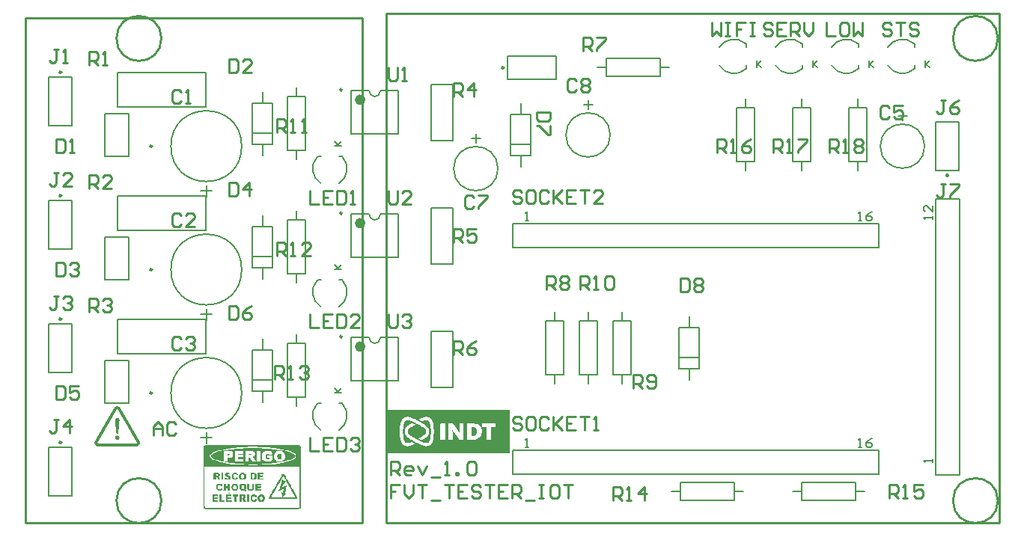
<source format=gto>
G04*
G04 #@! TF.GenerationSoftware,Altium Limited,Altium Designer,18.0.7 (293)*
G04*
G04 Layer_Color=65535*
%FSLAX24Y24*%
%MOIN*%
G70*
G01*
G75*
%ADD10C,0.0098*%
%ADD11C,0.0100*%
%ADD12C,0.0079*%
%ADD13C,0.0236*%
%ADD14C,0.0060*%
%ADD15C,0.0059*%
G36*
X12074Y19897D02*
X12088D01*
Y19892D01*
X12103D01*
Y19887D01*
X12113D01*
Y19882D01*
X12123D01*
Y19877D01*
X12127D01*
Y19873D01*
X12137D01*
Y19868D01*
X12142D01*
Y19863D01*
X12147D01*
Y19858D01*
X12152D01*
Y19853D01*
X12157D01*
Y19848D01*
X12162D01*
Y19843D01*
X12167D01*
Y19838D01*
X12172D01*
Y19828D01*
X12176D01*
Y19819D01*
X12181D01*
Y19814D01*
X12186D01*
Y19804D01*
X12191D01*
Y19794D01*
X12196D01*
Y19789D01*
X12201D01*
Y19779D01*
X12206D01*
Y19770D01*
X12211D01*
Y19760D01*
X12216D01*
Y19755D01*
X12221D01*
Y19745D01*
X12225D01*
Y19735D01*
X12230D01*
Y19725D01*
X12235D01*
Y19721D01*
X12240D01*
Y19711D01*
X12245D01*
Y19701D01*
X12250D01*
Y19696D01*
X12255D01*
Y19686D01*
X12260D01*
Y19676D01*
X12265D01*
Y19667D01*
X12270D01*
Y19657D01*
X12275D01*
Y19652D01*
X12279D01*
Y19642D01*
X12284D01*
Y19632D01*
X12289D01*
Y19627D01*
X12294D01*
Y19618D01*
X12299D01*
Y19608D01*
X12304D01*
Y19603D01*
X12309D01*
Y19593D01*
X12314D01*
Y19583D01*
X12319D01*
Y19574D01*
X12324D01*
Y19569D01*
X12328D01*
Y19559D01*
X12333D01*
Y19549D01*
X12338D01*
Y19539D01*
X12343D01*
Y19534D01*
X12348D01*
Y19525D01*
X12353D01*
Y19515D01*
X12358D01*
Y19505D01*
X12363D01*
Y19500D01*
X12368D01*
Y19490D01*
X12373D01*
Y19480D01*
X12377D01*
Y19471D01*
X12382D01*
Y19466D01*
X12387D01*
Y19456D01*
X12392D01*
Y19446D01*
X12397D01*
Y19441D01*
X12402D01*
Y19431D01*
X12407D01*
Y19422D01*
X12412D01*
Y19412D01*
X12417D01*
Y19407D01*
X12422D01*
Y19397D01*
X12426D01*
Y19387D01*
X12431D01*
Y19377D01*
X12436D01*
Y19373D01*
X12441D01*
Y19363D01*
X12446D01*
Y19353D01*
X12451D01*
Y19343D01*
X12456D01*
Y19338D01*
X12461D01*
Y19328D01*
X12466D01*
Y19319D01*
X12471D01*
Y19309D01*
X12475D01*
Y19304D01*
X12480D01*
Y19294D01*
X12485D01*
Y19284D01*
X12490D01*
Y19279D01*
X12495D01*
Y19270D01*
X12500D01*
Y19260D01*
X12505D01*
Y19250D01*
X12510D01*
Y19245D01*
X12515D01*
Y19235D01*
X12520D01*
Y19225D01*
X12525D01*
Y19216D01*
X12529D01*
Y19211D01*
X12534D01*
Y19201D01*
X12539D01*
Y19191D01*
X12544D01*
Y19186D01*
X12549D01*
Y19176D01*
X12554D01*
Y19167D01*
X12559D01*
Y19157D01*
X12564D01*
Y19152D01*
X12569D01*
Y19142D01*
X12574D01*
Y19132D01*
X12578D01*
Y19123D01*
X12583D01*
Y19118D01*
X12588D01*
Y19108D01*
X12593D01*
Y19098D01*
X12598D01*
Y19093D01*
X12603D01*
Y19083D01*
X12608D01*
Y19074D01*
X12613D01*
Y19064D01*
X12618D01*
Y19059D01*
X12623D01*
Y19049D01*
X12627D01*
Y19039D01*
X12632D01*
Y19029D01*
X12637D01*
Y19025D01*
X12642D01*
Y19015D01*
X12647D01*
Y19005D01*
X12652D01*
Y18995D01*
X12657D01*
Y18990D01*
X12662D01*
Y18980D01*
X12667D01*
Y18971D01*
X12672D01*
Y18966D01*
X12676D01*
Y18956D01*
X12681D01*
Y18946D01*
X12686D01*
Y18936D01*
X12691D01*
Y18931D01*
X12696D01*
Y18922D01*
X12701D01*
Y18912D01*
X12706D01*
Y18902D01*
X12711D01*
Y18897D01*
X12716D01*
Y18887D01*
X12721D01*
Y18877D01*
X12725D01*
Y18873D01*
X12730D01*
Y18863D01*
X12735D01*
Y18853D01*
X12740D01*
Y18843D01*
X12745D01*
Y18833D01*
X12750D01*
Y18828D01*
X12755D01*
Y18819D01*
X12760D01*
Y18809D01*
X12765D01*
Y18804D01*
X12770D01*
Y18794D01*
X12775D01*
Y18784D01*
X12779D01*
Y18775D01*
X12784D01*
Y18770D01*
X12789D01*
Y18760D01*
X12794D01*
Y18750D01*
X12799D01*
Y18740D01*
X12804D01*
Y18735D01*
X12809D01*
Y18725D01*
X12814D01*
Y18716D01*
X12819D01*
Y18711D01*
X12824D01*
Y18701D01*
X12828D01*
Y18691D01*
X12833D01*
Y18681D01*
X12838D01*
Y18676D01*
X12843D01*
Y18667D01*
X12848D01*
Y18657D01*
X12853D01*
Y18652D01*
X12858D01*
Y18642D01*
X12863D01*
Y18632D01*
X12868D01*
Y18623D01*
X12873D01*
Y18618D01*
X12877D01*
Y18608D01*
X12882D01*
Y18598D01*
X12887D01*
Y18588D01*
X12892D01*
Y18583D01*
X12897D01*
Y18574D01*
X12902D01*
Y18564D01*
X12907D01*
Y18554D01*
X12912D01*
Y18549D01*
X12917D01*
Y18539D01*
X12922D01*
Y18529D01*
X12926D01*
Y18520D01*
X12931D01*
Y18515D01*
X12936D01*
Y18505D01*
X12941D01*
Y18495D01*
X12946D01*
Y18485D01*
X12951D01*
Y18480D01*
X12956D01*
Y18471D01*
X12961D01*
Y18461D01*
X12966D01*
Y18456D01*
X12971D01*
Y18446D01*
X12975D01*
Y18436D01*
X12980D01*
Y18426D01*
X12985D01*
Y18422D01*
X12990D01*
Y18412D01*
X12995D01*
Y18402D01*
X13000D01*
Y18392D01*
X13005D01*
Y18387D01*
X13010D01*
Y18377D01*
X13015D01*
Y18368D01*
X13020D01*
Y18363D01*
X13025D01*
Y18353D01*
X13029D01*
Y18338D01*
X13034D01*
Y18324D01*
X13039D01*
Y18299D01*
X13044D01*
Y18265D01*
X13039D01*
Y18235D01*
X13034D01*
Y18221D01*
X13029D01*
Y18211D01*
X13025D01*
Y18201D01*
X13020D01*
Y18191D01*
X13015D01*
Y18186D01*
X13010D01*
Y18176D01*
X13005D01*
Y18172D01*
X13000D01*
Y18167D01*
X12995D01*
Y18162D01*
X12990D01*
Y18157D01*
X12985D01*
Y18152D01*
X12980D01*
Y18147D01*
X12971D01*
Y18142D01*
X12966D01*
Y18137D01*
X12956D01*
Y18132D01*
X12951D01*
Y18127D01*
X12936D01*
Y18123D01*
X12926D01*
Y18118D01*
X12902D01*
Y18113D01*
X11162D01*
Y18118D01*
X11142D01*
Y18123D01*
X11132D01*
Y18127D01*
X11118D01*
Y18132D01*
X11113D01*
Y18137D01*
X11103D01*
Y18142D01*
X11093D01*
Y18147D01*
X11088D01*
Y18152D01*
X11083D01*
Y18157D01*
X11078D01*
Y18162D01*
X11074D01*
Y18167D01*
X11069D01*
Y18172D01*
X11064D01*
Y18176D01*
X11059D01*
Y18186D01*
X11054D01*
Y18191D01*
X11049D01*
Y18201D01*
X11044D01*
Y18211D01*
X11039D01*
Y18221D01*
X11034D01*
Y18235D01*
X11029D01*
Y18265D01*
X11025D01*
Y18299D01*
X11029D01*
Y18324D01*
X11034D01*
Y18338D01*
X11039D01*
Y18353D01*
X11044D01*
Y18363D01*
X11049D01*
Y18368D01*
X11054D01*
Y18377D01*
X11059D01*
Y18387D01*
X11064D01*
Y18397D01*
X11069D01*
Y18402D01*
X11074D01*
Y18412D01*
X11078D01*
Y18422D01*
X11083D01*
Y18431D01*
X11088D01*
Y18436D01*
X11093D01*
Y18446D01*
X11098D01*
Y18456D01*
X11103D01*
Y18461D01*
X11108D01*
Y18471D01*
X11113D01*
Y18480D01*
X11118D01*
Y18490D01*
X11123D01*
Y18495D01*
X11127D01*
Y18505D01*
X11132D01*
Y18515D01*
X11137D01*
Y18525D01*
X11142D01*
Y18529D01*
X11147D01*
Y18539D01*
X11152D01*
Y18549D01*
X11157D01*
Y18554D01*
X11162D01*
Y18564D01*
X11167D01*
Y18574D01*
X11172D01*
Y18583D01*
X11176D01*
Y18588D01*
X11181D01*
Y18598D01*
X11186D01*
Y18608D01*
X11191D01*
Y18618D01*
X11196D01*
Y18623D01*
X11201D01*
Y18632D01*
X11206D01*
Y18642D01*
X11211D01*
Y18647D01*
X11216D01*
Y18657D01*
X11221D01*
Y18667D01*
X11225D01*
Y18676D01*
X11230D01*
Y18681D01*
X11235D01*
Y18691D01*
X11240D01*
Y18701D01*
X11245D01*
Y18711D01*
X11250D01*
Y18716D01*
X11255D01*
Y18725D01*
X11260D01*
Y18735D01*
X11265D01*
Y18745D01*
X11270D01*
Y18750D01*
X11275D01*
Y18760D01*
X11279D01*
Y18770D01*
X11284D01*
Y18775D01*
X11289D01*
Y18784D01*
X11294D01*
Y18794D01*
X11299D01*
Y18799D01*
X11304D01*
Y18809D01*
X11309D01*
Y18819D01*
X11314D01*
Y18828D01*
X11319D01*
Y18838D01*
X11324D01*
Y18843D01*
X11328D01*
Y18853D01*
X11333D01*
Y18863D01*
X11338D01*
Y18868D01*
X11343D01*
Y18877D01*
X11348D01*
Y18887D01*
X11353D01*
Y18897D01*
X11358D01*
Y18902D01*
X11363D01*
Y18912D01*
X11368D01*
Y18922D01*
X11373D01*
Y18931D01*
X11377D01*
Y18936D01*
X11382D01*
Y18946D01*
X11387D01*
Y18956D01*
X11392D01*
Y18966D01*
X11397D01*
Y18971D01*
X11402D01*
Y18980D01*
X11407D01*
Y18990D01*
X11412D01*
Y18995D01*
X11417D01*
Y19005D01*
X11422D01*
Y19015D01*
X11426D01*
Y19025D01*
X11431D01*
Y19029D01*
X11436D01*
Y19039D01*
X11441D01*
Y19049D01*
X11446D01*
Y19059D01*
X11451D01*
Y19064D01*
X11456D01*
Y19074D01*
X11461D01*
Y19083D01*
X11466D01*
Y19093D01*
X11471D01*
Y19098D01*
X11475D01*
Y19108D01*
X11480D01*
Y19118D01*
X11485D01*
Y19123D01*
X11490D01*
Y19132D01*
X11495D01*
Y19142D01*
X11500D01*
Y19152D01*
X11505D01*
Y19157D01*
X11510D01*
Y19167D01*
X11515D01*
Y19176D01*
X11520D01*
Y19186D01*
X11525D01*
Y19191D01*
X11529D01*
Y19201D01*
X11534D01*
Y19211D01*
X11539D01*
Y19216D01*
X11544D01*
Y19225D01*
X11549D01*
Y19235D01*
X11554D01*
Y19245D01*
X11559D01*
Y19250D01*
X11564D01*
Y19260D01*
X11569D01*
Y19270D01*
X11574D01*
Y19279D01*
X11578D01*
Y19284D01*
X11583D01*
Y19294D01*
X11588D01*
Y19304D01*
X11593D01*
Y19314D01*
X11598D01*
Y19319D01*
X11603D01*
Y19328D01*
X11608D01*
Y19338D01*
X11613D01*
Y19343D01*
X11618D01*
Y19353D01*
X11623D01*
Y19363D01*
X11627D01*
Y19373D01*
X11632D01*
Y19382D01*
X11637D01*
Y19387D01*
X11642D01*
Y19397D01*
X11647D01*
Y19407D01*
X11652D01*
Y19412D01*
X11657D01*
Y19422D01*
X11662D01*
Y19431D01*
X11667D01*
Y19441D01*
X11672D01*
Y19446D01*
X11676D01*
Y19456D01*
X11681D01*
Y19466D01*
X11686D01*
Y19471D01*
X11691D01*
Y19480D01*
X11696D01*
Y19490D01*
X11701D01*
Y19500D01*
X11706D01*
Y19505D01*
X11711D01*
Y19515D01*
X11716D01*
Y19525D01*
X11721D01*
Y19534D01*
X11725D01*
Y19539D01*
X11730D01*
Y19549D01*
X11735D01*
Y19559D01*
X11740D01*
Y19564D01*
X11745D01*
Y19574D01*
X11750D01*
Y19583D01*
X11755D01*
Y19593D01*
X11760D01*
Y19603D01*
X11765D01*
Y19608D01*
X11770D01*
Y19618D01*
X11775D01*
Y19627D01*
X11779D01*
Y19632D01*
X11784D01*
Y19642D01*
X11789D01*
Y19652D01*
X11794D01*
Y19662D01*
X11799D01*
Y19667D01*
X11804D01*
Y19676D01*
X11809D01*
Y19686D01*
X11814D01*
Y19696D01*
X11819D01*
Y19701D01*
X11824D01*
Y19711D01*
X11828D01*
Y19721D01*
X11833D01*
Y19725D01*
X11838D01*
Y19735D01*
X11843D01*
Y19745D01*
X11848D01*
Y19755D01*
X11853D01*
Y19760D01*
X11858D01*
Y19770D01*
X11863D01*
Y19779D01*
X11868D01*
Y19789D01*
X11873D01*
Y19794D01*
X11877D01*
Y19804D01*
X11882D01*
Y19814D01*
X11887D01*
Y19819D01*
X11892D01*
Y19828D01*
X11897D01*
Y19838D01*
X11902D01*
Y19843D01*
X11907D01*
Y19848D01*
X11912D01*
Y19853D01*
X11917D01*
Y19858D01*
X11922D01*
Y19863D01*
X11926D01*
Y19868D01*
X11931D01*
Y19873D01*
X11941D01*
Y19877D01*
X11946D01*
Y19882D01*
X11956D01*
Y19887D01*
X11966D01*
Y19892D01*
X11980D01*
Y19897D01*
X11995D01*
Y19902D01*
X12074D01*
Y19897D01*
D02*
G37*
G36*
X29500Y17800D02*
X24000D01*
Y19755D01*
X29500D01*
Y17800D01*
D02*
G37*
G36*
X20140Y18136D02*
X20169D01*
Y18107D01*
X20198D01*
Y18078D01*
X20227D01*
Y15420D01*
X20198D01*
Y15362D01*
X20169D01*
Y15333D01*
X20111D01*
Y15304D01*
X15951D01*
Y15333D01*
X15922D01*
Y15362D01*
X15893D01*
Y15391D01*
X15864D01*
Y18078D01*
X15893D01*
Y18136D01*
X15951D01*
Y18164D01*
X20140D01*
Y18136D01*
D02*
G37*
%LPC*%
G36*
X12049Y19770D02*
X12020D01*
Y19765D01*
X12010D01*
Y19760D01*
X12005D01*
Y19750D01*
X12000D01*
Y19740D01*
X11995D01*
Y19735D01*
X11990D01*
Y19725D01*
X11985D01*
Y19716D01*
X11980D01*
Y19706D01*
X11975D01*
Y19696D01*
X11971D01*
Y19691D01*
X11966D01*
Y19681D01*
X11961D01*
Y19672D01*
X11956D01*
Y19662D01*
X11951D01*
Y19657D01*
X11946D01*
Y19647D01*
X11941D01*
Y19642D01*
X11936D01*
Y19632D01*
X11931D01*
Y19623D01*
X11926D01*
Y19613D01*
X11922D01*
Y19603D01*
X11917D01*
Y19598D01*
X11912D01*
Y19588D01*
X11907D01*
Y19578D01*
X11902D01*
Y19574D01*
X11897D01*
Y19564D01*
X11892D01*
Y19554D01*
X11887D01*
Y19544D01*
X11882D01*
Y19539D01*
X11877D01*
Y19529D01*
X11873D01*
Y19520D01*
X11868D01*
Y19510D01*
X11863D01*
Y19500D01*
X11858D01*
Y19495D01*
X11853D01*
Y19485D01*
X11848D01*
Y19475D01*
X11843D01*
Y19471D01*
X11838D01*
Y19461D01*
X11833D01*
Y19451D01*
X11828D01*
Y19446D01*
X11824D01*
Y19436D01*
X11819D01*
Y19426D01*
X11814D01*
Y19417D01*
X11809D01*
Y19412D01*
X11804D01*
Y19402D01*
X11799D01*
Y19392D01*
X11794D01*
Y19382D01*
X11789D01*
Y19377D01*
X11784D01*
Y19368D01*
X11779D01*
Y19358D01*
X11775D01*
Y19348D01*
X11770D01*
Y19343D01*
X11765D01*
Y19333D01*
X11760D01*
Y19324D01*
X11755D01*
Y19319D01*
X11750D01*
Y19309D01*
X11745D01*
Y19299D01*
X11740D01*
Y19289D01*
X11735D01*
Y19284D01*
X11730D01*
Y19275D01*
X11725D01*
Y19265D01*
X11721D01*
Y19255D01*
X11716D01*
Y19250D01*
X11711D01*
Y19240D01*
X11706D01*
Y19230D01*
X11701D01*
Y19221D01*
X11696D01*
Y19216D01*
X11691D01*
Y19206D01*
X11686D01*
Y19196D01*
X11681D01*
Y19191D01*
X11676D01*
Y19181D01*
X11672D01*
Y19172D01*
X11667D01*
Y19162D01*
X11662D01*
Y19157D01*
X11657D01*
Y19147D01*
X11652D01*
Y19137D01*
X11647D01*
Y19132D01*
X11642D01*
Y19123D01*
X11637D01*
Y19113D01*
X11632D01*
Y19103D01*
X11627D01*
Y19098D01*
X11623D01*
Y19088D01*
X11618D01*
Y19078D01*
X11613D01*
Y19069D01*
X11608D01*
Y19064D01*
X11603D01*
Y19054D01*
X11598D01*
Y19044D01*
X11593D01*
Y19039D01*
X11588D01*
Y19029D01*
X11583D01*
Y19020D01*
X11578D01*
Y19010D01*
X11574D01*
Y19000D01*
X11569D01*
Y18995D01*
X11564D01*
Y18985D01*
X11559D01*
Y18975D01*
X11554D01*
Y18971D01*
X11549D01*
Y18961D01*
X11544D01*
Y18951D01*
X11539D01*
Y18946D01*
X11534D01*
Y18936D01*
X11529D01*
Y18926D01*
X11525D01*
Y18917D01*
X11520D01*
Y18912D01*
X11515D01*
Y18902D01*
X11510D01*
Y18892D01*
X11505D01*
Y18882D01*
X11500D01*
Y18873D01*
X11495D01*
Y18868D01*
X11490D01*
Y18858D01*
X11485D01*
Y18848D01*
X11480D01*
Y18843D01*
X11475D01*
Y18833D01*
X11471D01*
Y18824D01*
X11466D01*
Y18814D01*
X11461D01*
Y18809D01*
X11456D01*
Y18799D01*
X11451D01*
Y18789D01*
X11446D01*
Y18779D01*
X11441D01*
Y18775D01*
X11436D01*
Y18765D01*
X11431D01*
Y18755D01*
X11426D01*
Y18750D01*
X11422D01*
Y18740D01*
X11417D01*
Y18730D01*
X11412D01*
Y18721D01*
X11407D01*
Y18716D01*
X11402D01*
Y18706D01*
X11397D01*
Y18696D01*
X11392D01*
Y18686D01*
X11387D01*
Y18681D01*
X11382D01*
Y18672D01*
X11377D01*
Y18662D01*
X11373D01*
Y18652D01*
X11368D01*
Y18647D01*
X11363D01*
Y18637D01*
X11358D01*
Y18627D01*
X11353D01*
Y18623D01*
X11348D01*
Y18613D01*
X11343D01*
Y18603D01*
X11338D01*
Y18598D01*
X11333D01*
Y18588D01*
X11328D01*
Y18578D01*
X11324D01*
Y18569D01*
X11319D01*
Y18559D01*
X11314D01*
Y18554D01*
X11309D01*
Y18544D01*
X11304D01*
Y18534D01*
X11299D01*
Y18529D01*
X11294D01*
Y18520D01*
X11289D01*
Y18510D01*
X11284D01*
Y18500D01*
X11279D01*
Y18495D01*
X11275D01*
Y18485D01*
X11270D01*
Y18475D01*
X11265D01*
Y18466D01*
X11260D01*
Y18461D01*
X11255D01*
Y18451D01*
X11250D01*
Y18441D01*
X11245D01*
Y18431D01*
X11240D01*
Y18426D01*
X11235D01*
Y18417D01*
X11230D01*
Y18407D01*
X11225D01*
Y18402D01*
X11221D01*
Y18392D01*
X11216D01*
Y18382D01*
X11211D01*
Y18373D01*
X11206D01*
Y18368D01*
X11201D01*
Y18358D01*
X11196D01*
Y18348D01*
X11191D01*
Y18338D01*
X11186D01*
Y18333D01*
X11181D01*
Y18324D01*
X11176D01*
Y18314D01*
X11172D01*
Y18304D01*
X11167D01*
Y18299D01*
X11162D01*
Y18265D01*
X11167D01*
Y18255D01*
X11176D01*
Y18250D01*
X11186D01*
Y18245D01*
X12887D01*
Y18250D01*
X12897D01*
Y18255D01*
X12902D01*
Y18265D01*
X12907D01*
Y18279D01*
X12912D01*
Y18284D01*
X12907D01*
Y18299D01*
X12902D01*
Y18309D01*
X12897D01*
Y18314D01*
X12892D01*
Y18324D01*
X12887D01*
Y18333D01*
X12882D01*
Y18338D01*
X12877D01*
Y18348D01*
X12873D01*
Y18358D01*
X12868D01*
Y18368D01*
X12863D01*
Y18373D01*
X12858D01*
Y18382D01*
X12853D01*
Y18392D01*
X12848D01*
Y18402D01*
X12843D01*
Y18407D01*
X12838D01*
Y18417D01*
X12833D01*
Y18426D01*
X12828D01*
Y18436D01*
X12824D01*
Y18441D01*
X12819D01*
Y18451D01*
X12814D01*
Y18461D01*
X12809D01*
Y18466D01*
X12804D01*
Y18475D01*
X12799D01*
Y18485D01*
X12794D01*
Y18495D01*
X12789D01*
Y18500D01*
X12784D01*
Y18510D01*
X12779D01*
Y18520D01*
X12775D01*
Y18529D01*
X12770D01*
Y18534D01*
X12765D01*
Y18544D01*
X12760D01*
Y18554D01*
X12755D01*
Y18559D01*
X12750D01*
Y18569D01*
X12745D01*
Y18578D01*
X12740D01*
Y18588D01*
X12735D01*
Y18593D01*
X12730D01*
Y18603D01*
X12725D01*
Y18613D01*
X12721D01*
Y18623D01*
X12716D01*
Y18627D01*
X12711D01*
Y18637D01*
X12706D01*
Y18647D01*
X12701D01*
Y18657D01*
X12696D01*
Y18662D01*
X12691D01*
Y18672D01*
X12686D01*
Y18681D01*
X12681D01*
Y18686D01*
X12676D01*
Y18696D01*
X12672D01*
Y18706D01*
X12667D01*
Y18716D01*
X12662D01*
Y18721D01*
X12657D01*
Y18730D01*
X12652D01*
Y18740D01*
X12647D01*
Y18750D01*
X12642D01*
Y18755D01*
X12637D01*
Y18765D01*
X12632D01*
Y18775D01*
X12627D01*
Y18784D01*
X12623D01*
Y18789D01*
X12618D01*
Y18799D01*
X12613D01*
Y18809D01*
X12608D01*
Y18814D01*
X12603D01*
Y18824D01*
X12598D01*
Y18833D01*
X12593D01*
Y18843D01*
X12588D01*
Y18848D01*
X12583D01*
Y18858D01*
X12578D01*
Y18868D01*
X12574D01*
Y18873D01*
X12569D01*
Y18882D01*
X12564D01*
Y18892D01*
X12559D01*
Y18902D01*
X12554D01*
Y18907D01*
X12549D01*
Y18917D01*
X12544D01*
Y18926D01*
X12539D01*
Y18936D01*
X12534D01*
Y18941D01*
X12529D01*
Y18951D01*
X12525D01*
Y18961D01*
X12520D01*
Y18971D01*
X12515D01*
Y18975D01*
X12510D01*
Y18985D01*
X12505D01*
Y18990D01*
X12500D01*
Y19000D01*
X12495D01*
Y19010D01*
X12490D01*
Y19020D01*
X12485D01*
Y19029D01*
X12480D01*
Y19034D01*
X12475D01*
Y19044D01*
X12471D01*
Y19054D01*
X12466D01*
Y19064D01*
X12461D01*
Y19069D01*
X12456D01*
Y19078D01*
X12451D01*
Y19088D01*
X12446D01*
Y19098D01*
X12441D01*
Y19103D01*
X12436D01*
Y19113D01*
X12431D01*
Y19123D01*
X12426D01*
Y19132D01*
X12422D01*
Y19137D01*
X12417D01*
Y19147D01*
X12412D01*
Y19157D01*
X12407D01*
Y19162D01*
X12402D01*
Y19172D01*
X12397D01*
Y19181D01*
X12392D01*
Y19186D01*
X12387D01*
Y19196D01*
X12382D01*
Y19206D01*
X12377D01*
Y19216D01*
X12373D01*
Y19225D01*
X12368D01*
Y19230D01*
X12363D01*
Y19240D01*
X12358D01*
Y19250D01*
X12353D01*
Y19260D01*
X12348D01*
Y19265D01*
X12343D01*
Y19275D01*
X12338D01*
Y19284D01*
X12333D01*
Y19289D01*
X12328D01*
Y19299D01*
X12324D01*
Y19309D01*
X12319D01*
Y19319D01*
X12314D01*
Y19324D01*
X12309D01*
Y19333D01*
X12304D01*
Y19343D01*
X12299D01*
Y19353D01*
X12294D01*
Y19358D01*
X12289D01*
Y19368D01*
X12284D01*
Y19377D01*
X12279D01*
Y19382D01*
X12275D01*
Y19392D01*
X12270D01*
Y19402D01*
X12265D01*
Y19412D01*
X12260D01*
Y19417D01*
X12255D01*
Y19426D01*
X12250D01*
Y19436D01*
X12245D01*
Y19446D01*
X12240D01*
Y19451D01*
X12235D01*
Y19461D01*
X12230D01*
Y19471D01*
X12225D01*
Y19475D01*
X12221D01*
Y19485D01*
X12216D01*
Y19495D01*
X12211D01*
Y19505D01*
X12206D01*
Y19510D01*
X12201D01*
Y19520D01*
X12196D01*
Y19529D01*
X12191D01*
Y19539D01*
X12186D01*
Y19544D01*
X12181D01*
Y19554D01*
X12176D01*
Y19564D01*
X12172D01*
Y19574D01*
X12167D01*
Y19578D01*
X12162D01*
Y19588D01*
X12157D01*
Y19598D01*
X12152D01*
Y19608D01*
X12147D01*
Y19613D01*
X12142D01*
Y19623D01*
X12137D01*
Y19632D01*
X12132D01*
Y19637D01*
X12127D01*
Y19647D01*
X12123D01*
Y19657D01*
X12118D01*
Y19667D01*
X12113D01*
Y19672D01*
X12108D01*
Y19681D01*
X12103D01*
Y19691D01*
X12098D01*
Y19701D01*
X12093D01*
Y19706D01*
X12088D01*
Y19716D01*
X12083D01*
Y19725D01*
X12078D01*
Y19730D01*
X12074D01*
Y19740D01*
X12069D01*
Y19750D01*
X12064D01*
Y19755D01*
X12059D01*
Y19765D01*
X12049D01*
Y19770D01*
D02*
G37*
%LPD*%
G36*
X12054Y19387D02*
X12074D01*
Y19382D01*
X12083D01*
Y19377D01*
X12093D01*
Y19373D01*
X12098D01*
Y19368D01*
X12103D01*
Y19363D01*
X12108D01*
Y19358D01*
X12113D01*
Y19353D01*
X12118D01*
Y19343D01*
X12123D01*
Y19328D01*
X12127D01*
Y19304D01*
X12132D01*
Y19245D01*
X12127D01*
Y19196D01*
X12123D01*
Y19147D01*
X12118D01*
Y19093D01*
X12113D01*
Y19044D01*
X12108D01*
Y18995D01*
X12103D01*
Y18941D01*
X12098D01*
Y18892D01*
X12093D01*
Y18843D01*
X12088D01*
Y18794D01*
X12083D01*
Y18745D01*
X12078D01*
Y18716D01*
X12074D01*
Y18706D01*
X12069D01*
Y18701D01*
X12064D01*
Y18696D01*
X12054D01*
Y18691D01*
X12044D01*
Y18686D01*
X12025D01*
Y18691D01*
X12015D01*
Y18696D01*
X12005D01*
Y18701D01*
X12000D01*
Y18706D01*
X11995D01*
Y18716D01*
X11990D01*
Y18745D01*
X11985D01*
Y18794D01*
X11980D01*
Y18843D01*
X11975D01*
Y18892D01*
X11971D01*
Y18946D01*
X11966D01*
Y18995D01*
X11961D01*
Y19044D01*
X11956D01*
Y19093D01*
X11951D01*
Y19147D01*
X11946D01*
Y19196D01*
X11941D01*
Y19245D01*
X11936D01*
Y19304D01*
X11941D01*
Y19328D01*
X11946D01*
Y19343D01*
X11951D01*
Y19353D01*
X11956D01*
Y19358D01*
X11961D01*
Y19363D01*
X11966D01*
Y19368D01*
X11971D01*
Y19373D01*
X11975D01*
Y19377D01*
X11985D01*
Y19382D01*
X11995D01*
Y19387D01*
X12015D01*
Y19392D01*
X12054D01*
Y19387D01*
D02*
G37*
G36*
Y18593D02*
X12069D01*
Y18588D01*
X12078D01*
Y18583D01*
X12088D01*
Y18578D01*
X12093D01*
Y18574D01*
X12103D01*
Y18564D01*
X12108D01*
Y18559D01*
X12113D01*
Y18554D01*
X12118D01*
Y18544D01*
X12123D01*
Y18534D01*
X12127D01*
Y18510D01*
X12132D01*
Y18490D01*
X12127D01*
Y18466D01*
X12123D01*
Y18456D01*
X12118D01*
Y18446D01*
X12113D01*
Y18441D01*
X12108D01*
Y18436D01*
X12103D01*
Y18426D01*
X12098D01*
Y18422D01*
X12088D01*
Y18417D01*
X12083D01*
Y18412D01*
X12074D01*
Y18407D01*
X12059D01*
Y18402D01*
X12005D01*
Y18407D01*
X11995D01*
Y18412D01*
X11985D01*
Y18417D01*
X11975D01*
Y18422D01*
X11971D01*
Y18426D01*
X11966D01*
Y18431D01*
X11961D01*
Y18436D01*
X11956D01*
Y18441D01*
X11951D01*
Y18446D01*
X11946D01*
Y18456D01*
X11941D01*
Y18471D01*
X11936D01*
Y18495D01*
X11931D01*
Y18505D01*
X11936D01*
Y18529D01*
X11941D01*
Y18544D01*
X11946D01*
Y18549D01*
X11951D01*
Y18559D01*
X11956D01*
Y18564D01*
X11961D01*
Y18569D01*
X11966D01*
Y18574D01*
X11971D01*
Y18578D01*
X11975D01*
Y18583D01*
X11985D01*
Y18588D01*
X11995D01*
Y18593D01*
X12010D01*
Y18598D01*
X12054D01*
Y18593D01*
D02*
G37*
%LPC*%
G36*
X27458Y19142D02*
X27268D01*
Y18748D01*
X27253D01*
Y18763D01*
X27239D01*
Y18792D01*
X27224D01*
Y18807D01*
X27210D01*
Y18836D01*
X27195D01*
Y18865D01*
X27180D01*
Y18880D01*
X27166D01*
Y18894D01*
X27151D01*
Y18923D01*
X27137D01*
Y18938D01*
X27122D01*
Y18967D01*
X27107D01*
Y18982D01*
X27093D01*
Y19011D01*
X27078D01*
Y19025D01*
X27064D01*
Y19040D01*
X27049D01*
Y19069D01*
X27034D01*
Y19084D01*
X27020D01*
Y19113D01*
X27005D01*
Y19128D01*
X26991D01*
Y19142D01*
X26786D01*
Y18413D01*
X26962D01*
Y18427D01*
X26976D01*
Y18471D01*
Y18486D01*
Y18792D01*
X26962D01*
Y18836D01*
X26976D01*
Y18821D01*
X26991D01*
Y18792D01*
X27005D01*
Y18777D01*
X27020D01*
Y18748D01*
X27034D01*
Y18734D01*
X27049D01*
Y18705D01*
X27064D01*
Y18690D01*
X27078D01*
Y18675D01*
X27093D01*
Y18646D01*
X27107D01*
Y18632D01*
X27122D01*
Y18602D01*
X27137D01*
Y18588D01*
X27151D01*
Y18573D01*
X27166D01*
Y18544D01*
X27180D01*
Y18529D01*
X27195D01*
Y18500D01*
X27210D01*
Y18486D01*
X27224D01*
Y18471D01*
X27239D01*
Y18442D01*
X27253D01*
Y18427D01*
X27268D01*
Y18413D01*
X27458D01*
Y19142D01*
D02*
G37*
G36*
X28873D02*
X28289D01*
Y18967D01*
X28479D01*
Y18486D01*
Y18471D01*
Y18413D01*
X28683D01*
Y18967D01*
X28873D01*
Y19142D01*
D02*
G37*
G36*
X27954D02*
X27603D01*
Y18413D01*
X27939D01*
Y18427D01*
X27997D01*
Y18442D01*
X28056D01*
Y18456D01*
X28085D01*
Y18471D01*
X28114D01*
Y18486D01*
X28129D01*
Y18500D01*
X28158D01*
Y18515D01*
X28172D01*
Y18529D01*
X28187D01*
Y18559D01*
X28202D01*
Y18573D01*
X28216D01*
Y18588D01*
X28231D01*
Y18617D01*
X28245D01*
Y18661D01*
X28260D01*
Y18719D01*
X28275D01*
Y18865D01*
X28260D01*
Y18923D01*
X28245D01*
Y18953D01*
X28231D01*
Y18982D01*
X28216D01*
Y18996D01*
X28202D01*
Y19025D01*
X28187D01*
Y19040D01*
X28172D01*
Y19055D01*
X28143D01*
Y19069D01*
X28129D01*
Y19084D01*
X28099D01*
Y19098D01*
X28070D01*
Y19113D01*
X28027D01*
Y19128D01*
X27954D01*
Y19142D01*
D02*
G37*
G36*
X26641D02*
X26436D01*
Y19128D01*
X26422D01*
Y18807D01*
Y18792D01*
Y18427D01*
X26436D01*
Y18413D01*
X26641D01*
Y19142D01*
D02*
G37*
G36*
X25021Y19434D02*
X24919D01*
Y19419D01*
X24846D01*
Y19405D01*
X24817D01*
Y19390D01*
X24788D01*
Y19376D01*
X24773D01*
Y19361D01*
X24759D01*
Y19346D01*
X24744D01*
Y19332D01*
X24729D01*
Y19317D01*
X24715D01*
Y19288D01*
X24700D01*
Y19259D01*
X24686D01*
Y19215D01*
X24671D01*
Y19171D01*
X24657D01*
Y19128D01*
X24642D01*
Y19040D01*
X24627D01*
Y18515D01*
X24642D01*
Y18427D01*
X24657D01*
Y18369D01*
X24671D01*
Y18325D01*
X24686D01*
Y18296D01*
X24700D01*
Y18267D01*
X24715D01*
Y18238D01*
X24729D01*
Y18223D01*
X24744D01*
Y18208D01*
X24759D01*
Y18194D01*
X24773D01*
Y18179D01*
X24788D01*
Y18165D01*
X24817D01*
Y18150D01*
X24846D01*
Y18136D01*
X24919D01*
Y18121D01*
X25021D01*
Y18136D01*
X25080D01*
Y18150D01*
X25123D01*
Y18165D01*
X25153D01*
Y18179D01*
X25196D01*
Y18194D01*
X25225D01*
Y18208D01*
X25255D01*
Y18223D01*
X25284D01*
Y18252D01*
X25255D01*
Y18267D01*
X25240D01*
Y18281D01*
X25211D01*
Y18296D01*
X25182D01*
Y18311D01*
X25123D01*
Y18296D01*
X25080D01*
Y18281D01*
X25036D01*
Y18267D01*
X24919D01*
Y18281D01*
X24890D01*
Y18296D01*
X24861D01*
Y18311D01*
X24846D01*
Y18325D01*
X24832D01*
Y18354D01*
X24817D01*
Y18384D01*
X24802D01*
Y18427D01*
X24788D01*
Y18500D01*
X24773D01*
Y18690D01*
X24759D01*
Y18865D01*
X24773D01*
Y19055D01*
X24788D01*
Y19128D01*
X24802D01*
Y19171D01*
X24817D01*
Y19201D01*
X24832D01*
Y19230D01*
X24846D01*
Y19244D01*
X24861D01*
Y19259D01*
X24890D01*
Y19273D01*
X24919D01*
Y19288D01*
X25036D01*
Y19273D01*
X25080D01*
Y19259D01*
X25123D01*
Y19244D01*
X25153D01*
Y19230D01*
X25182D01*
Y19215D01*
X25225D01*
Y19201D01*
X25255D01*
Y19186D01*
X25269D01*
Y19171D01*
X25313D01*
Y19157D01*
X25328D01*
Y19142D01*
X25357D01*
Y19128D01*
X25386D01*
Y19113D01*
X25415D01*
Y19098D01*
X25444D01*
Y19084D01*
X25473D01*
Y19069D01*
X25503D01*
Y19055D01*
X25517D01*
Y19040D01*
X25546D01*
Y19025D01*
X25576D01*
Y19011D01*
X25590D01*
Y18996D01*
X25619D01*
Y18982D01*
X25649D01*
Y18967D01*
X25678D01*
Y18953D01*
X25692D01*
Y18938D01*
X25707D01*
Y18923D01*
X25721D01*
Y18909D01*
X25736D01*
Y18894D01*
X25751D01*
Y18865D01*
X25765D01*
Y18836D01*
X25780D01*
Y18719D01*
X25765D01*
Y18690D01*
X25751D01*
Y18661D01*
X25736D01*
Y18646D01*
X25721D01*
Y18632D01*
X25707D01*
Y18617D01*
X25692D01*
Y18602D01*
X25663D01*
Y18588D01*
X25649D01*
Y18573D01*
X25619D01*
Y18559D01*
X25590D01*
Y18544D01*
X25576D01*
Y18529D01*
X25546D01*
Y18515D01*
X25517D01*
Y18500D01*
X25488D01*
Y18486D01*
X25473D01*
Y18471D01*
X25459D01*
Y18456D01*
X25488D01*
Y18442D01*
X25517D01*
Y18427D01*
X25546D01*
Y18413D01*
X25576D01*
Y18398D01*
X25605D01*
Y18413D01*
X25634D01*
Y18427D01*
X25663D01*
Y18442D01*
X25692D01*
Y18456D01*
X25707D01*
Y18471D01*
X25736D01*
Y18486D01*
X25751D01*
Y18500D01*
X25780D01*
Y18515D01*
X25794D01*
Y18529D01*
X25809D01*
Y18544D01*
X25824D01*
Y18559D01*
X25838D01*
Y18573D01*
X25853D01*
Y18588D01*
X25867D01*
Y18617D01*
X25882D01*
Y18632D01*
X25897D01*
Y18661D01*
X25911D01*
Y18719D01*
X25926D01*
Y18836D01*
X25911D01*
Y18880D01*
X25897D01*
Y18909D01*
X25882D01*
Y18938D01*
X25867D01*
Y18953D01*
X25853D01*
Y18982D01*
X25838D01*
Y18996D01*
X25824D01*
Y19011D01*
X25809D01*
Y19025D01*
X25794D01*
Y19040D01*
X25780D01*
Y19055D01*
X25751D01*
Y19069D01*
X25736D01*
Y19084D01*
X25707D01*
Y19098D01*
X25692D01*
Y19113D01*
X25663D01*
Y19128D01*
X25634D01*
Y19142D01*
X25619D01*
Y19157D01*
X25590D01*
Y19171D01*
X25561D01*
Y19186D01*
X25532D01*
Y19201D01*
X25517D01*
Y19215D01*
X25488D01*
Y19230D01*
X25459D01*
Y19244D01*
X25430D01*
Y19259D01*
X25401D01*
Y19273D01*
X25371D01*
Y19288D01*
X25342D01*
Y19303D01*
X25313D01*
Y19317D01*
X25298D01*
Y19332D01*
X25255D01*
Y19346D01*
X25225D01*
Y19361D01*
X25196D01*
Y19376D01*
X25167D01*
Y19390D01*
X25123D01*
Y19405D01*
X25080D01*
Y19419D01*
X25021D01*
Y19434D01*
D02*
G37*
G36*
X25838D02*
X25736D01*
Y19419D01*
X25678D01*
Y19405D01*
X25634D01*
Y19390D01*
X25605D01*
Y19376D01*
X25561D01*
Y19361D01*
X25532D01*
Y19346D01*
X25503D01*
Y19332D01*
X25473D01*
Y19303D01*
X25503D01*
Y19288D01*
X25532D01*
Y19273D01*
X25561D01*
Y19259D01*
X25576D01*
Y19244D01*
X25634D01*
Y19259D01*
X25678D01*
Y19273D01*
X25721D01*
Y19288D01*
X25838D01*
Y19273D01*
X25882D01*
Y19259D01*
X25897D01*
Y19244D01*
X25911D01*
Y19230D01*
X25926D01*
Y19201D01*
X25940D01*
Y19171D01*
X25955D01*
Y19128D01*
X25970D01*
Y19069D01*
X25984D01*
Y18909D01*
X25999D01*
Y18646D01*
X25984D01*
Y18486D01*
X25970D01*
Y18427D01*
X25955D01*
Y18384D01*
X25940D01*
Y18354D01*
X25926D01*
Y18325D01*
X25911D01*
Y18311D01*
X25897D01*
Y18296D01*
X25867D01*
Y18281D01*
X25838D01*
Y18267D01*
X25721D01*
Y18281D01*
X25678D01*
Y18296D01*
X25634D01*
Y18311D01*
X25605D01*
Y18325D01*
X25576D01*
Y18340D01*
X25546D01*
Y18354D01*
X25517D01*
Y18369D01*
X25488D01*
Y18384D01*
X25459D01*
Y18398D01*
X25430D01*
Y18413D01*
X25401D01*
Y18427D01*
X25371D01*
Y18442D01*
X25342D01*
Y18456D01*
X25313D01*
Y18471D01*
X25298D01*
Y18486D01*
X25269D01*
Y18500D01*
X25240D01*
Y18515D01*
X25211D01*
Y18529D01*
X25196D01*
Y18544D01*
X25167D01*
Y18559D01*
X25138D01*
Y18573D01*
X25109D01*
Y18588D01*
X25094D01*
Y18602D01*
X25065D01*
Y18617D01*
X25050D01*
Y18632D01*
X25036D01*
Y18646D01*
X25021D01*
Y18661D01*
X25007D01*
Y18690D01*
X24992D01*
Y18719D01*
X24977D01*
Y18836D01*
X24992D01*
Y18865D01*
X25007D01*
Y18894D01*
X25021D01*
Y18909D01*
X25036D01*
Y18923D01*
X25050D01*
Y18938D01*
X25065D01*
Y18953D01*
X25094D01*
Y18967D01*
X25109D01*
Y18982D01*
X25138D01*
Y18996D01*
X25167D01*
Y19011D01*
X25182D01*
Y19025D01*
X25211D01*
Y19040D01*
X25240D01*
Y19055D01*
X25269D01*
Y19069D01*
X25298D01*
Y19098D01*
X25269D01*
Y19113D01*
X25240D01*
Y19128D01*
X25211D01*
Y19142D01*
X25196D01*
Y19157D01*
X25138D01*
Y19142D01*
X25123D01*
Y19128D01*
X25094D01*
Y19113D01*
X25065D01*
Y19098D01*
X25050D01*
Y19084D01*
X25021D01*
Y19069D01*
X25007D01*
Y19055D01*
X24977D01*
Y19040D01*
X24963D01*
Y19025D01*
X24948D01*
Y19011D01*
X24934D01*
Y18996D01*
X24919D01*
Y18982D01*
X24905D01*
Y18967D01*
X24890D01*
Y18938D01*
X24875D01*
Y18909D01*
X24861D01*
Y18880D01*
X24846D01*
Y18836D01*
X24832D01*
Y18719D01*
X24846D01*
Y18675D01*
X24861D01*
Y18646D01*
X24875D01*
Y18617D01*
X24890D01*
Y18602D01*
X24905D01*
Y18588D01*
X24919D01*
Y18559D01*
X24934D01*
Y18544D01*
X24948D01*
Y18529D01*
X24963D01*
Y18515D01*
X24992D01*
Y18500D01*
X25007D01*
Y18486D01*
X25021D01*
Y18471D01*
X25050D01*
Y18456D01*
X25065D01*
Y18442D01*
X25094D01*
Y18427D01*
X25123D01*
Y18413D01*
X25138D01*
Y18398D01*
X25167D01*
Y18384D01*
X25196D01*
Y18369D01*
X25225D01*
Y18354D01*
X25255D01*
Y18340D01*
X25269D01*
Y18325D01*
X25298D01*
Y18311D01*
X25328D01*
Y18296D01*
X25357D01*
Y18281D01*
X25386D01*
Y18267D01*
X25415D01*
Y18252D01*
X25444D01*
Y18238D01*
X25473D01*
Y18223D01*
X25503D01*
Y18208D01*
X25532D01*
Y18194D01*
X25561D01*
Y18179D01*
X25605D01*
Y18165D01*
X25634D01*
Y18150D01*
X25678D01*
Y18136D01*
X25736D01*
Y18121D01*
X25824D01*
Y18136D01*
X25897D01*
Y18150D01*
X25940D01*
Y18165D01*
X25970D01*
Y18179D01*
X25984D01*
Y18194D01*
X25999D01*
Y18208D01*
X26013D01*
Y18223D01*
X26028D01*
Y18238D01*
X26042D01*
Y18267D01*
X26057D01*
Y18296D01*
X26072D01*
Y18325D01*
X26086D01*
Y18369D01*
X26101D01*
Y18427D01*
X26115D01*
Y18515D01*
X26130D01*
Y18675D01*
X26145D01*
Y18894D01*
X26130D01*
Y19040D01*
X26115D01*
Y19128D01*
X26101D01*
Y19186D01*
X26086D01*
Y19230D01*
X26072D01*
Y19259D01*
X26057D01*
Y19288D01*
X26042D01*
Y19317D01*
X26028D01*
Y19332D01*
X26013D01*
Y19346D01*
X25999D01*
Y19361D01*
X25984D01*
Y19376D01*
X25970D01*
Y19390D01*
X25940D01*
Y19405D01*
X25911D01*
Y19419D01*
X25838D01*
Y19434D01*
D02*
G37*
%LPD*%
G36*
X27895Y18967D02*
X27954D01*
Y18953D01*
X27983D01*
Y18938D01*
X27997D01*
Y18923D01*
X28012D01*
Y18909D01*
X28027D01*
Y18894D01*
X28041D01*
Y18836D01*
X28056D01*
Y18719D01*
X28041D01*
Y18675D01*
X28027D01*
Y18646D01*
X28012D01*
Y18632D01*
X27997D01*
Y18617D01*
X27983D01*
Y18602D01*
X27954D01*
Y18588D01*
X27808D01*
Y18894D01*
Y18909D01*
Y18982D01*
X27895D01*
Y18967D01*
D02*
G37*
%LPC*%
G36*
X18291Y18107D02*
X17858D01*
Y18078D01*
X17338D01*
Y18049D01*
X17078D01*
Y18020D01*
X16876D01*
Y17991D01*
X16731D01*
Y17962D01*
X16587D01*
Y17933D01*
X16500D01*
Y17904D01*
X16413D01*
Y17876D01*
X16327D01*
Y17847D01*
X16269D01*
Y17818D01*
X16240D01*
Y17789D01*
X16211D01*
Y17760D01*
X16182D01*
Y17731D01*
X16153D01*
Y17644D01*
X16182D01*
Y17616D01*
X16211D01*
Y17587D01*
X16240D01*
Y17558D01*
X16269D01*
Y17529D01*
X16327D01*
Y17500D01*
X16413D01*
Y17471D01*
X16500D01*
Y17442D01*
X16587D01*
Y17413D01*
X16731D01*
Y17384D01*
X16876D01*
Y17356D01*
X17049D01*
Y17327D01*
X17338D01*
Y17298D01*
X17887D01*
Y17269D01*
X18291D01*
Y17298D01*
X18840D01*
Y17327D01*
X19100D01*
Y17356D01*
X19273D01*
Y17384D01*
X19447D01*
Y17413D01*
X19562D01*
Y17442D01*
X19678D01*
Y17471D01*
X19764D01*
Y17500D01*
X19822D01*
Y17529D01*
X19880D01*
Y17558D01*
X19938D01*
Y17587D01*
X19967D01*
Y17616D01*
X19996D01*
Y17760D01*
X19967D01*
Y17789D01*
X19938D01*
Y17818D01*
X19880D01*
Y17847D01*
X19822D01*
Y17876D01*
X19764D01*
Y17904D01*
X19678D01*
Y17933D01*
X19562D01*
Y17962D01*
X19447D01*
Y17991D01*
X19273D01*
Y18020D01*
X19100D01*
Y18049D01*
X18840D01*
Y18078D01*
X18291D01*
Y18107D01*
D02*
G37*
G36*
X20140Y17211D02*
X15922D01*
Y15449D01*
X15951D01*
Y15391D01*
X20140D01*
Y15824D01*
Y15853D01*
Y17211D01*
D02*
G37*
%LPD*%
G36*
X17049Y17731D02*
X17020D01*
Y17702D01*
X16962D01*
Y17731D01*
Y17760D01*
Y17789D01*
X17049D01*
Y17731D01*
D02*
G37*
G36*
X19331D02*
X19360D01*
Y17616D01*
X19331D01*
Y17558D01*
X19187D01*
Y17644D01*
X19158D01*
Y17702D01*
X19187D01*
Y17789D01*
X19331D01*
Y17731D01*
D02*
G37*
G36*
X18493Y18020D02*
X18927D01*
Y17991D01*
X19158D01*
Y17962D01*
X19331D01*
Y17933D01*
X19504D01*
Y17904D01*
X19620D01*
Y17876D01*
X19707D01*
Y17847D01*
X19793D01*
Y17818D01*
X19851D01*
Y17789D01*
X19909D01*
Y17760D01*
X19938D01*
Y17702D01*
X19967D01*
Y17673D01*
X19938D01*
Y17616D01*
X19880D01*
Y17587D01*
X19851D01*
Y17558D01*
X19793D01*
Y17529D01*
X19707D01*
Y17500D01*
X19620D01*
Y17471D01*
X19504D01*
Y17442D01*
X19389D01*
Y17471D01*
X19418D01*
Y17500D01*
X19447D01*
Y17529D01*
X19476D01*
Y17587D01*
X19504D01*
Y17760D01*
X19476D01*
Y17818D01*
X19447D01*
Y17847D01*
X19418D01*
Y17876D01*
X19389D01*
Y17904D01*
X19129D01*
Y17876D01*
X19100D01*
Y17847D01*
X19071D01*
Y17818D01*
X19042D01*
Y17760D01*
X19013D01*
Y17587D01*
X19042D01*
Y17529D01*
X19071D01*
Y17500D01*
X19100D01*
Y17471D01*
X19129D01*
Y17442D01*
X19331D01*
Y17413D01*
X19158D01*
Y17384D01*
X18927D01*
Y17356D01*
X18493D01*
Y17327D01*
X17684D01*
Y17356D01*
X17280D01*
Y17384D01*
X16991D01*
Y17413D01*
X16818D01*
Y17442D01*
X16962D01*
Y17616D01*
X17136D01*
Y17644D01*
X17164D01*
Y17673D01*
X17193D01*
Y17847D01*
X17164D01*
Y17876D01*
X17136D01*
Y17904D01*
X16789D01*
Y17442D01*
X16644D01*
Y17471D01*
X16558D01*
Y17500D01*
X16442D01*
Y17529D01*
X16384D01*
Y17558D01*
X16298D01*
Y17587D01*
X16269D01*
Y17616D01*
X16240D01*
Y17644D01*
X16211D01*
Y17731D01*
X16240D01*
Y17760D01*
X16269D01*
Y17789D01*
X16327D01*
Y17818D01*
X16384D01*
Y17847D01*
X16442D01*
Y17876D01*
X16529D01*
Y17904D01*
X16673D01*
Y17933D01*
X16818D01*
Y17962D01*
X16991D01*
Y17991D01*
X17251D01*
Y18020D01*
X17656D01*
Y18049D01*
X18493D01*
Y18020D01*
D02*
G37*
%LPC*%
G36*
X18869Y17904D02*
X18609D01*
Y17876D01*
X18551D01*
Y17847D01*
X18522D01*
Y17818D01*
X18493D01*
Y17731D01*
X18464D01*
Y17644D01*
X18493D01*
Y17529D01*
X18522D01*
Y17500D01*
X18551D01*
Y17471D01*
X18609D01*
Y17442D01*
X18869D01*
Y17471D01*
X18927D01*
Y17500D01*
X18956D01*
Y17702D01*
X18724D01*
Y17616D01*
X18811D01*
Y17558D01*
X18667D01*
Y17587D01*
X18638D01*
Y17760D01*
X18667D01*
Y17789D01*
X18782D01*
Y17760D01*
X18927D01*
Y17789D01*
X18956D01*
Y17818D01*
X18927D01*
Y17847D01*
X18898D01*
Y17876D01*
X18869D01*
Y17904D01*
D02*
G37*
G36*
X18407D02*
X18262D01*
Y17876D01*
X18233D01*
Y17471D01*
X18262D01*
Y17442D01*
X18407D01*
Y17847D01*
Y17876D01*
Y17904D01*
D02*
G37*
G36*
X18089D02*
X17742D01*
Y17731D01*
Y17702D01*
Y17442D01*
X17887D01*
Y17616D01*
X17944D01*
Y17587D01*
X17973D01*
Y17529D01*
X18002D01*
Y17471D01*
X18031D01*
Y17442D01*
X18204D01*
Y17471D01*
X18176D01*
Y17529D01*
X18147D01*
Y17587D01*
X18118D01*
Y17616D01*
X18089D01*
Y17673D01*
X18147D01*
Y17731D01*
X18176D01*
Y17818D01*
X18147D01*
Y17876D01*
X18089D01*
Y17904D01*
D02*
G37*
G36*
X17656D02*
X17280D01*
Y17442D01*
X17656D01*
Y17500D01*
X17684D01*
Y17529D01*
X17656D01*
Y17558D01*
X17424D01*
Y17644D01*
X17656D01*
Y17731D01*
X17424D01*
Y17789D01*
X17656D01*
Y17904D01*
D02*
G37*
%LPD*%
G36*
X18002Y17731D02*
X17887D01*
Y17789D01*
X18002D01*
Y17731D01*
D02*
G37*
G36*
X17020Y16922D02*
X17049D01*
Y16893D01*
X17078D01*
Y16864D01*
X16962D01*
Y16893D01*
X16933D01*
Y16836D01*
X16991D01*
Y16807D01*
X17049D01*
Y16778D01*
X17078D01*
Y16662D01*
X17049D01*
Y16633D01*
X16847D01*
Y16662D01*
X16818D01*
Y16720D01*
X16904D01*
Y16691D01*
X16991D01*
Y16749D01*
X16904D01*
Y16778D01*
X16847D01*
Y16836D01*
X16818D01*
Y16893D01*
X16847D01*
Y16922D01*
X16876D01*
Y16951D01*
X17020D01*
Y16922D01*
D02*
G37*
G36*
X17338D02*
X17396D01*
Y16864D01*
X17424D01*
Y16836D01*
X17338D01*
Y16864D01*
X17222D01*
Y16720D01*
X17251D01*
Y16691D01*
X17309D01*
Y16720D01*
X17338D01*
Y16749D01*
X17396D01*
Y16720D01*
X17424D01*
Y16691D01*
X17396D01*
Y16662D01*
X17367D01*
Y16633D01*
X17193D01*
Y16662D01*
X17164D01*
Y16691D01*
X17136D01*
Y16893D01*
X17164D01*
Y16922D01*
X17222D01*
Y16951D01*
X17338D01*
Y16922D01*
D02*
G37*
G36*
X18551Y16864D02*
X18378D01*
Y16836D01*
X18407D01*
Y16807D01*
X18493D01*
Y16836D01*
X18522D01*
Y16749D01*
X18378D01*
Y16720D01*
Y16691D01*
X18551D01*
Y16633D01*
X18291D01*
Y16951D01*
X18551D01*
Y16864D01*
D02*
G37*
G36*
X18147Y16922D02*
X18204D01*
Y16893D01*
X18233D01*
Y16691D01*
X18204D01*
Y16662D01*
X18176D01*
Y16633D01*
X17973D01*
Y16951D01*
X18147D01*
Y16922D01*
D02*
G37*
G36*
X17684D02*
X17713D01*
Y16893D01*
X17742D01*
Y16864D01*
X17771D01*
Y16691D01*
X17742D01*
Y16662D01*
X17713D01*
Y16633D01*
X17511D01*
Y16662D01*
X17482D01*
Y16720D01*
X17453D01*
Y16836D01*
X17482D01*
Y16893D01*
X17511D01*
Y16922D01*
X17540D01*
Y16951D01*
X17684D01*
Y16922D01*
D02*
G37*
G36*
X16760Y16720D02*
Y16691D01*
Y16633D01*
X16673D01*
Y16951D01*
X16760D01*
Y16720D01*
D02*
G37*
G36*
X16558Y16922D02*
X16587D01*
Y16893D01*
X16616D01*
Y16807D01*
X16587D01*
Y16778D01*
X16558D01*
Y16749D01*
X16587D01*
Y16691D01*
X16616D01*
Y16633D01*
X16529D01*
Y16662D01*
X16500D01*
Y16720D01*
X16471D01*
Y16749D01*
X16442D01*
Y16633D01*
X16327D01*
Y16662D01*
Y16922D01*
X16356D01*
Y16951D01*
X16558D01*
Y16922D01*
D02*
G37*
G36*
X17049Y16142D02*
X16962D01*
Y16258D01*
X16876D01*
Y16142D01*
X16760D01*
Y16171D01*
X16789D01*
Y16460D01*
X16876D01*
Y16344D01*
X16962D01*
Y16460D01*
X17049D01*
Y16142D01*
D02*
G37*
G36*
X16644Y16431D02*
X16702D01*
Y16373D01*
Y16344D01*
X16644D01*
Y16373D01*
X16529D01*
Y16229D01*
X16558D01*
Y16200D01*
X16616D01*
Y16229D01*
X16644D01*
Y16258D01*
X16702D01*
Y16229D01*
X16731D01*
Y16200D01*
X16702D01*
Y16171D01*
X16673D01*
Y16142D01*
X16500D01*
Y16171D01*
X16471D01*
Y16200D01*
X16442D01*
Y16402D01*
X16471D01*
Y16431D01*
X16529D01*
Y16460D01*
X16644D01*
Y16431D01*
D02*
G37*
G36*
X18118Y16287D02*
Y16258D01*
Y16171D01*
X18089D01*
Y16142D01*
X17887D01*
Y16171D01*
X17858D01*
Y16200D01*
X17829D01*
Y16460D01*
X17916D01*
Y16229D01*
X17944D01*
Y16200D01*
X18002D01*
Y16229D01*
X18031D01*
Y16460D01*
X18118D01*
Y16287D01*
D02*
G37*
G36*
X18436Y16373D02*
X18291D01*
Y16344D01*
X18436D01*
Y16287D01*
X18407D01*
Y16258D01*
X18291D01*
Y16200D01*
X18436D01*
Y16142D01*
X18176D01*
Y16431D01*
X18204D01*
Y16460D01*
X18436D01*
Y16373D01*
D02*
G37*
G36*
X17338Y16431D02*
X17396D01*
Y16373D01*
X17424D01*
Y16258D01*
Y16229D01*
Y16200D01*
X17396D01*
Y16171D01*
X17367D01*
Y16142D01*
X17164D01*
Y16171D01*
X17136D01*
Y16258D01*
X17107D01*
Y16344D01*
X17136D01*
Y16402D01*
X17164D01*
Y16431D01*
X17193D01*
Y16460D01*
X17338D01*
Y16431D01*
D02*
G37*
G36*
X17684D02*
X17742D01*
Y16402D01*
X17771D01*
Y16316D01*
Y16287D01*
Y16200D01*
X17742D01*
Y16171D01*
X17771D01*
Y16113D01*
X17713D01*
Y16142D01*
X17540D01*
Y16171D01*
X17511D01*
Y16200D01*
X17482D01*
Y16402D01*
X17511D01*
Y16431D01*
X17569D01*
Y16460D01*
X17684D01*
Y16431D01*
D02*
G37*
G36*
X17049Y16027D02*
X17020D01*
Y15998D01*
X16962D01*
Y16027D01*
X16991D01*
Y16056D01*
X17049D01*
Y16027D01*
D02*
G37*
G36*
X17107Y15882D02*
X17078D01*
Y15911D01*
X16991D01*
Y15882D01*
X16962D01*
Y15853D01*
X17107D01*
Y15824D01*
Y15796D01*
Y15767D01*
X16962D01*
Y15709D01*
X17136D01*
Y15651D01*
X16876D01*
Y15969D01*
X17107D01*
Y15882D01*
D02*
G37*
G36*
X16529Y15911D02*
X16500D01*
Y15882D01*
X16471D01*
Y15911D01*
X16384D01*
Y15882D01*
X16356D01*
Y15853D01*
X16500D01*
Y15824D01*
X16529D01*
Y15796D01*
X16500D01*
Y15767D01*
X16413D01*
Y15796D01*
X16384D01*
Y15767D01*
X16356D01*
Y15738D01*
X16384D01*
Y15709D01*
X16529D01*
Y15651D01*
X16269D01*
Y15969D01*
X16529D01*
Y15911D01*
D02*
G37*
G36*
X18176Y15940D02*
X18233D01*
Y15853D01*
X18176D01*
Y15882D01*
X18060D01*
Y15738D01*
X18089D01*
Y15709D01*
X18147D01*
Y15738D01*
X18176D01*
Y15767D01*
X18233D01*
Y15738D01*
X18262D01*
Y15709D01*
X18233D01*
Y15680D01*
X18204D01*
Y15651D01*
X18031D01*
Y15680D01*
X18002D01*
Y15709D01*
X17973D01*
Y15911D01*
X18002D01*
Y15940D01*
X18060D01*
Y15969D01*
X18176D01*
Y15940D01*
D02*
G37*
G36*
X19476Y16836D02*
X19504D01*
Y16807D01*
X19533D01*
Y16749D01*
X19562D01*
Y16691D01*
X19591D01*
Y16633D01*
X19620D01*
Y16604D01*
X19649D01*
Y16547D01*
X19678D01*
Y16489D01*
X19707D01*
Y16431D01*
X19736D01*
Y16402D01*
X19764D01*
Y16344D01*
X19793D01*
Y16287D01*
X19822D01*
Y16229D01*
X19851D01*
Y16200D01*
X19880D01*
Y16142D01*
X19909D01*
Y16084D01*
X19938D01*
Y16027D01*
X19967D01*
Y15998D01*
X19996D01*
Y15940D01*
X20024D01*
Y15882D01*
X20053D01*
Y15796D01*
X20024D01*
Y15767D01*
X18811D01*
Y15796D01*
X18782D01*
Y15853D01*
X18811D01*
Y15911D01*
X18840D01*
Y15969D01*
X18869D01*
Y15998D01*
X18898D01*
Y16056D01*
X18927D01*
Y16113D01*
X18956D01*
Y16171D01*
X18984D01*
Y16200D01*
X19013D01*
Y16258D01*
X19042D01*
Y16316D01*
X19071D01*
Y16344D01*
X19100D01*
Y16402D01*
X19129D01*
Y16460D01*
X19158D01*
Y16518D01*
X19187D01*
Y16547D01*
X19216D01*
Y16604D01*
X19244D01*
Y16662D01*
X19273D01*
Y16720D01*
X19302D01*
Y16749D01*
X19331D01*
Y16807D01*
X19360D01*
Y16864D01*
X19389D01*
Y16893D01*
X19476D01*
Y16836D01*
D02*
G37*
G36*
X18522Y15940D02*
X18580D01*
Y15882D01*
X18609D01*
Y15738D01*
X18580D01*
Y15709D01*
Y15680D01*
X18551D01*
Y15651D01*
X18349D01*
Y15680D01*
X18320D01*
Y15738D01*
X18291D01*
Y15882D01*
X18320D01*
Y15911D01*
X18349D01*
Y15940D01*
X18378D01*
Y15969D01*
X18522D01*
Y15940D01*
D02*
G37*
G36*
X17916Y15651D02*
X17829D01*
Y15738D01*
Y15767D01*
Y15969D01*
X17916D01*
Y15651D01*
D02*
G37*
G36*
X17713Y15940D02*
X17742D01*
Y15824D01*
X17713D01*
Y15796D01*
X17684D01*
Y15767D01*
X17713D01*
Y15738D01*
X17742D01*
Y15680D01*
X17771D01*
Y15651D01*
X17656D01*
Y15709D01*
X17627D01*
Y15767D01*
X17569D01*
Y15738D01*
Y15651D01*
X17482D01*
Y15969D01*
X17713D01*
Y15940D01*
D02*
G37*
G36*
X17424Y15882D02*
X17338D01*
Y15796D01*
Y15767D01*
Y15651D01*
X17251D01*
Y15882D01*
X17164D01*
Y15969D01*
X17424D01*
Y15882D01*
D02*
G37*
G36*
X16673Y15709D02*
X16818D01*
Y15651D01*
X16587D01*
Y15853D01*
Y15882D01*
Y15969D01*
X16673D01*
Y15709D01*
D02*
G37*
%LPC*%
G36*
X18147Y16864D02*
X18060D01*
Y16691D01*
X18118D01*
Y16720D01*
X18147D01*
Y16864D01*
D02*
G37*
G36*
X17656D02*
X17569D01*
Y16836D01*
X17540D01*
Y16720D01*
X17569D01*
Y16691D01*
X17656D01*
Y16720D01*
X17684D01*
Y16836D01*
X17656D01*
Y16864D01*
D02*
G37*
G36*
X16500Y16893D02*
X16442D01*
Y16807D01*
X16500D01*
Y16836D01*
X16529D01*
Y16864D01*
X16500D01*
Y16893D01*
D02*
G37*
G36*
X17309Y16373D02*
X17222D01*
Y16316D01*
X17193D01*
Y16258D01*
X17222D01*
Y16200D01*
X17309D01*
Y16229D01*
X17338D01*
Y16344D01*
X17309D01*
Y16373D01*
D02*
G37*
G36*
X17684D02*
X17569D01*
Y16229D01*
X17598D01*
Y16200D01*
X17627D01*
Y16258D01*
X17656D01*
Y16229D01*
X17684D01*
Y16373D01*
D02*
G37*
G36*
X19447Y16778D02*
X19418D01*
Y16749D01*
X19389D01*
Y16691D01*
X19360D01*
Y16633D01*
X19331D01*
Y16604D01*
X19302D01*
Y16547D01*
X19273D01*
Y16489D01*
X19244D01*
Y16460D01*
X19216D01*
Y16402D01*
X19187D01*
Y16344D01*
X19158D01*
Y16287D01*
X19129D01*
Y16258D01*
X19100D01*
Y16200D01*
X19071D01*
Y16142D01*
X19042D01*
Y16084D01*
X19013D01*
Y16056D01*
X18984D01*
Y15998D01*
X18956D01*
Y15940D01*
X18927D01*
Y15911D01*
X18898D01*
Y15853D01*
X19389D01*
Y15969D01*
X19360D01*
Y16056D01*
X19331D01*
Y16084D01*
X19389D01*
Y16056D01*
X19418D01*
Y16142D01*
X19447D01*
Y16200D01*
X19389D01*
Y16171D01*
X19302D01*
Y16142D01*
X19244D01*
Y16113D01*
X19216D01*
Y16171D01*
X19244D01*
Y16200D01*
Y16229D01*
X19273D01*
Y16344D01*
X19302D01*
Y16431D01*
X19331D01*
Y16518D01*
X19360D01*
Y16604D01*
X19389D01*
Y16633D01*
X19418D01*
Y16604D01*
X19447D01*
Y16576D01*
X19533D01*
Y16547D01*
X19504D01*
Y16489D01*
X19476D01*
Y16431D01*
X19447D01*
Y16402D01*
X19418D01*
Y16344D01*
X19389D01*
Y16316D01*
X19447D01*
Y16344D01*
X19533D01*
Y16373D01*
X19591D01*
Y16316D01*
X19562D01*
Y16229D01*
X19533D01*
Y16113D01*
X19504D01*
Y16027D01*
X19562D01*
Y15998D01*
X19533D01*
Y15969D01*
X19504D01*
Y15940D01*
X19476D01*
Y15911D01*
X19447D01*
Y15882D01*
X19418D01*
Y15853D01*
X19938D01*
Y15911D01*
X19909D01*
Y15969D01*
X19880D01*
Y16027D01*
X19851D01*
Y16084D01*
X19822D01*
Y16113D01*
X19793D01*
Y16171D01*
X19764D01*
Y16229D01*
X19736D01*
Y16287D01*
X19707D01*
Y16316D01*
X19678D01*
Y16373D01*
X19649D01*
Y16431D01*
X19620D01*
Y16489D01*
X19591D01*
Y16547D01*
X19562D01*
Y16576D01*
X19533D01*
Y16633D01*
X19504D01*
Y16691D01*
X19476D01*
Y16749D01*
X19447D01*
Y16778D01*
D02*
G37*
G36*
X18493Y15882D02*
X18407D01*
Y15853D01*
X18378D01*
Y15767D01*
X18407D01*
Y15709D01*
X18493D01*
Y15738D01*
X18522D01*
Y15853D01*
X18493D01*
Y15882D01*
D02*
G37*
G36*
X17656Y15911D02*
X17569D01*
Y15824D01*
X17656D01*
Y15853D01*
Y15911D01*
D02*
G37*
%LPD*%
D10*
X13585Y20500D02*
G03*
X13585Y20500I-49J0D01*
G01*
Y26000D02*
G03*
X13585Y26000I-49J0D01*
G01*
Y31500D02*
G03*
X13585Y31500I-49J0D01*
G01*
X22049Y34012D02*
G03*
X22049Y34012I-49J0D01*
G01*
Y28512D02*
G03*
X22049Y28512I-49J0D01*
G01*
Y23012D02*
G03*
X22049Y23012I-49J0D01*
G01*
X9549Y18299D02*
G03*
X9549Y18299I-49J0D01*
G01*
Y23799D02*
G03*
X9549Y23799I-49J0D01*
G01*
Y29299D02*
G03*
X9549Y29299I-49J0D01*
G01*
Y34799D02*
G03*
X9549Y34799I-49J0D01*
G01*
X49049Y30201D02*
G03*
X49049Y30201I-49J0D01*
G01*
X29250Y35000D02*
G03*
X29250Y35000I-49J0D01*
G01*
D11*
X51250Y36300D02*
G03*
X51250Y36300I-1000J0D01*
G01*
X14000Y15700D02*
G03*
X14000Y15700I-1000J0D01*
G01*
X51250D02*
G03*
X51250Y15700I-1000J0D01*
G01*
X14000Y36300D02*
G03*
X14000Y36300I-1000J0D01*
G01*
X24000Y14700D02*
Y37400D01*
Y14700D02*
X24700D01*
X51300D01*
Y37400D01*
X24000D02*
X51300D01*
X7950Y14700D02*
X22950D01*
X7950Y37200D02*
X22950D01*
Y14700D02*
Y37200D01*
X7950Y14700D02*
Y37200D01*
X24200Y16860D02*
Y17460D01*
X24500D01*
X24600Y17360D01*
Y17160D01*
X24500Y17060D01*
X24200D01*
X24400D02*
X24600Y16860D01*
X25100D02*
X24900D01*
X24800Y16960D01*
Y17160D01*
X24900Y17260D01*
X25100D01*
X25200Y17160D01*
Y17060D01*
X24800D01*
X25400Y17260D02*
X25600Y16860D01*
X25799Y17260D01*
X25999Y16760D02*
X26399D01*
X26599Y16860D02*
X26799D01*
X26699D01*
Y17460D01*
X26599Y17360D01*
X27099Y16860D02*
Y16960D01*
X27199D01*
Y16860D01*
X27099D01*
X27599Y17360D02*
X27699Y17460D01*
X27899D01*
X27999Y17360D01*
Y16960D01*
X27899Y16860D01*
X27699D01*
X27599Y16960D01*
Y17360D01*
X24600Y16400D02*
X24200D01*
Y16100D01*
X24400D01*
X24200D01*
Y15800D01*
X24800Y16400D02*
Y16000D01*
X25000Y15800D01*
X25200Y16000D01*
Y16400D01*
X25400D02*
X25799D01*
X25600D01*
Y15800D01*
X25999Y15700D02*
X26399D01*
X26599Y16400D02*
X26999D01*
X26799D01*
Y15800D01*
X27599Y16400D02*
X27199D01*
Y15800D01*
X27599D01*
X27199Y16100D02*
X27399D01*
X28199Y16300D02*
X28099Y16400D01*
X27899D01*
X27799Y16300D01*
Y16200D01*
X27899Y16100D01*
X28099D01*
X28199Y16000D01*
Y15900D01*
X28099Y15800D01*
X27899D01*
X27799Y15900D01*
X28399Y16400D02*
X28799D01*
X28599D01*
Y15800D01*
X29398Y16400D02*
X28998D01*
Y15800D01*
X29398D01*
X28998Y16100D02*
X29198D01*
X29598Y15800D02*
Y16400D01*
X29898D01*
X29998Y16300D01*
Y16100D01*
X29898Y16000D01*
X29598D01*
X29798D02*
X29998Y15800D01*
X30198Y15700D02*
X30598D01*
X30798Y16400D02*
X30998D01*
X30898D01*
Y15800D01*
X30798D01*
X30998D01*
X31598Y16400D02*
X31398D01*
X31298Y16300D01*
Y15900D01*
X31398Y15800D01*
X31598D01*
X31698Y15900D01*
Y16300D01*
X31598Y16400D01*
X31898D02*
X32297D01*
X32097D01*
Y15800D01*
X9300Y20800D02*
Y20200D01*
X9600D01*
X9700Y20300D01*
Y20700D01*
X9600Y20800D01*
X9300D01*
X10300D02*
X9900D01*
Y20500D01*
X10100Y20600D01*
X10200D01*
X10300Y20500D01*
Y20300D01*
X10200Y20200D01*
X10000D01*
X9900Y20300D01*
X9300Y26300D02*
Y25700D01*
X9600D01*
X9700Y25800D01*
Y26200D01*
X9600Y26300D01*
X9300D01*
X9900Y26200D02*
X10000Y26300D01*
X10200D01*
X10300Y26200D01*
Y26100D01*
X10200Y26000D01*
X10100D01*
X10200D01*
X10300Y25900D01*
Y25800D01*
X10200Y25700D01*
X10000D01*
X9900Y25800D01*
X9300Y31828D02*
Y31228D01*
X9600D01*
X9700Y31328D01*
Y31728D01*
X9600Y31828D01*
X9300D01*
X9900Y31228D02*
X10100D01*
X10000D01*
Y31828D01*
X9900Y31728D01*
X13634Y18620D02*
Y19019D01*
X13834Y19219D01*
X14034Y19019D01*
Y18620D01*
Y18920D01*
X13634D01*
X14634Y19119D02*
X14534Y19219D01*
X14334D01*
X14234Y19119D01*
Y18720D01*
X14334Y18620D01*
X14534D01*
X14634Y18720D01*
X30060Y29430D02*
X29960Y29530D01*
X29760D01*
X29660Y29430D01*
Y29330D01*
X29760Y29230D01*
X29960D01*
X30060Y29130D01*
Y29030D01*
X29960Y28930D01*
X29760D01*
X29660Y29030D01*
X30560Y29530D02*
X30360D01*
X30260Y29430D01*
Y29030D01*
X30360Y28930D01*
X30560D01*
X30660Y29030D01*
Y29430D01*
X30560Y29530D01*
X31259Y29430D02*
X31160Y29530D01*
X30960D01*
X30860Y29430D01*
Y29030D01*
X30960Y28930D01*
X31160D01*
X31259Y29030D01*
X31459Y29530D02*
Y28930D01*
Y29130D01*
X31859Y29530D01*
X31559Y29230D01*
X31859Y28930D01*
X32459Y29530D02*
X32059D01*
Y28930D01*
X32459D01*
X32059Y29230D02*
X32259D01*
X32659Y29530D02*
X33059D01*
X32859D01*
Y28930D01*
X33659D02*
X33259D01*
X33659Y29330D01*
Y29430D01*
X33559Y29530D01*
X33359D01*
X33259Y29430D01*
X38500Y37000D02*
Y36400D01*
X38700Y36600D01*
X38900Y36400D01*
Y37000D01*
X39100D02*
X39300D01*
X39200D01*
Y36400D01*
X39100D01*
X39300D01*
X40000Y37000D02*
X39600D01*
Y36700D01*
X39800D01*
X39600D01*
Y36400D01*
X40199Y37000D02*
X40399D01*
X40299D01*
Y36400D01*
X40199D01*
X40399D01*
X41200Y36900D02*
X41100Y37000D01*
X40900D01*
X40800Y36900D01*
Y36800D01*
X40900Y36700D01*
X41100D01*
X41200Y36600D01*
Y36500D01*
X41100Y36400D01*
X40900D01*
X40800Y36500D01*
X41800Y37000D02*
X41400D01*
Y36400D01*
X41800D01*
X41400Y36700D02*
X41600D01*
X42000Y36400D02*
Y37000D01*
X42300D01*
X42400Y36900D01*
Y36700D01*
X42300Y36600D01*
X42000D01*
X42200D02*
X42400Y36400D01*
X42600Y37000D02*
Y36600D01*
X42800Y36400D01*
X43000Y36600D01*
Y37000D01*
X43750Y31200D02*
Y31800D01*
X44050D01*
X44150Y31700D01*
Y31500D01*
X44050Y31400D01*
X43750D01*
X43950D02*
X44150Y31200D01*
X44350D02*
X44550D01*
X44450D01*
Y31800D01*
X44350Y31700D01*
X44850D02*
X44950Y31800D01*
X45150D01*
X45250Y31700D01*
Y31600D01*
X45150Y31500D01*
X45250Y31400D01*
Y31300D01*
X45150Y31200D01*
X44950D01*
X44850Y31300D01*
Y31400D01*
X44950Y31500D01*
X44850Y31600D01*
Y31700D01*
X44950Y31500D02*
X45150D01*
X41250Y31200D02*
Y31800D01*
X41550D01*
X41650Y31700D01*
Y31500D01*
X41550Y31400D01*
X41250D01*
X41450D02*
X41650Y31200D01*
X41850D02*
X42050D01*
X41950D01*
Y31800D01*
X41850Y31700D01*
X42350Y31800D02*
X42750D01*
Y31700D01*
X42350Y31300D01*
Y31200D01*
X38750D02*
Y31800D01*
X39050D01*
X39150Y31700D01*
Y31500D01*
X39050Y31400D01*
X38750D01*
X38950D02*
X39150Y31200D01*
X39350D02*
X39550D01*
X39450D01*
Y31800D01*
X39350Y31700D01*
X40250Y31800D02*
X40050Y31700D01*
X39850Y31500D01*
Y31300D01*
X39950Y31200D01*
X40150D01*
X40250Y31300D01*
Y31400D01*
X40150Y31500D01*
X39850D01*
X43600Y37000D02*
Y36400D01*
X44000D01*
X44500Y37000D02*
X44300D01*
X44200Y36900D01*
Y36500D01*
X44300Y36400D01*
X44500D01*
X44600Y36500D01*
Y36900D01*
X44500Y37000D01*
X44800D02*
Y36400D01*
X45000Y36600D01*
X45200Y36400D01*
Y37000D01*
X46400Y15800D02*
Y16400D01*
X46700D01*
X46800Y16300D01*
Y16100D01*
X46700Y16000D01*
X46400D01*
X46600D02*
X46800Y15800D01*
X47000D02*
X47200D01*
X47100D01*
Y16400D01*
X47000Y16300D01*
X47900Y16400D02*
X47500D01*
Y16100D01*
X47700Y16200D01*
X47800D01*
X47900Y16100D01*
Y15900D01*
X47800Y15800D01*
X47600D01*
X47500Y15900D01*
X34100Y15700D02*
Y16300D01*
X34400D01*
X34500Y16200D01*
Y16000D01*
X34400Y15900D01*
X34100D01*
X34300D02*
X34500Y15700D01*
X34700D02*
X34900D01*
X34800D01*
Y16300D01*
X34700Y16200D01*
X35500Y15700D02*
Y16300D01*
X35200Y16000D01*
X35600D01*
X48900Y29800D02*
X48700D01*
X48800D01*
Y29300D01*
X48700Y29200D01*
X48600D01*
X48500Y29300D01*
X49100Y29800D02*
X49500D01*
Y29700D01*
X49100Y29300D01*
Y29200D01*
X24100Y24000D02*
Y23500D01*
X24200Y23400D01*
X24400D01*
X24500Y23500D01*
Y24000D01*
X24700Y23900D02*
X24800Y24000D01*
X25000D01*
X25100Y23900D01*
Y23800D01*
X25000Y23700D01*
X24900D01*
X25000D01*
X25100Y23600D01*
Y23500D01*
X25000Y23400D01*
X24800D01*
X24700Y23500D01*
X24100Y29500D02*
Y29000D01*
X24200Y28900D01*
X24400D01*
X24500Y29000D01*
Y29500D01*
X25100Y28900D02*
X24700D01*
X25100Y29300D01*
Y29400D01*
X25000Y29500D01*
X24800D01*
X24700Y29400D01*
X24100Y35000D02*
Y34500D01*
X24200Y34400D01*
X24400D01*
X24500Y34500D01*
Y35000D01*
X24700Y34400D02*
X24900D01*
X24800D01*
Y35000D01*
X24700Y34900D01*
X30060Y19330D02*
X29960Y19430D01*
X29760D01*
X29660Y19330D01*
Y19230D01*
X29760Y19130D01*
X29960D01*
X30060Y19030D01*
Y18930D01*
X29960Y18830D01*
X29760D01*
X29660Y18930D01*
X30560Y19430D02*
X30360D01*
X30260Y19330D01*
Y18930D01*
X30360Y18830D01*
X30560D01*
X30660Y18930D01*
Y19330D01*
X30560Y19430D01*
X31259Y19330D02*
X31160Y19430D01*
X30960D01*
X30860Y19330D01*
Y18930D01*
X30960Y18830D01*
X31160D01*
X31259Y18930D01*
X31459Y19430D02*
Y18830D01*
Y19030D01*
X31859Y19430D01*
X31559Y19130D01*
X31859Y18830D01*
X32459Y19430D02*
X32059D01*
Y18830D01*
X32459D01*
X32059Y19130D02*
X32259D01*
X32659Y19430D02*
X33059D01*
X32859D01*
Y18830D01*
X33259D02*
X33459D01*
X33359D01*
Y19430D01*
X33259Y19330D01*
X19050Y21100D02*
Y21700D01*
X19350D01*
X19450Y21600D01*
Y21400D01*
X19350Y21300D01*
X19050D01*
X19250D02*
X19450Y21100D01*
X19650D02*
X19850D01*
X19750D01*
Y21700D01*
X19650Y21600D01*
X20150D02*
X20250Y21700D01*
X20450D01*
X20550Y21600D01*
Y21500D01*
X20450Y21400D01*
X20350D01*
X20450D01*
X20550Y21300D01*
Y21200D01*
X20450Y21100D01*
X20250D01*
X20150Y21200D01*
X19150Y26600D02*
Y27200D01*
X19450D01*
X19550Y27100D01*
Y26900D01*
X19450Y26800D01*
X19150D01*
X19350D02*
X19550Y26600D01*
X19750D02*
X19950D01*
X19850D01*
Y27200D01*
X19750Y27100D01*
X20650Y26600D02*
X20250D01*
X20650Y27000D01*
Y27100D01*
X20550Y27200D01*
X20350D01*
X20250Y27100D01*
X19150Y32100D02*
Y32700D01*
X19450D01*
X19550Y32600D01*
Y32400D01*
X19450Y32300D01*
X19150D01*
X19350D02*
X19550Y32100D01*
X19750D02*
X19950D01*
X19850D01*
Y32700D01*
X19750Y32600D01*
X20250Y32100D02*
X20450D01*
X20350D01*
Y32700D01*
X20250Y32600D01*
X32660Y25120D02*
Y25720D01*
X32960D01*
X33060Y25620D01*
Y25420D01*
X32960Y25320D01*
X32660D01*
X32860D02*
X33060Y25120D01*
X33260D02*
X33460D01*
X33360D01*
Y25720D01*
X33260Y25620D01*
X33760D02*
X33860Y25720D01*
X34060D01*
X34160Y25620D01*
Y25220D01*
X34060Y25120D01*
X33860D01*
X33760Y25220D01*
Y25620D01*
X35000Y20700D02*
Y21300D01*
X35300D01*
X35400Y21200D01*
Y21000D01*
X35300Y20900D01*
X35000D01*
X35200D02*
X35400Y20700D01*
X35600Y20800D02*
X35700Y20700D01*
X35900D01*
X36000Y20800D01*
Y21200D01*
X35900Y21300D01*
X35700D01*
X35600Y21200D01*
Y21100D01*
X35700Y21000D01*
X36000D01*
X31160Y25120D02*
Y25720D01*
X31460D01*
X31560Y25620D01*
Y25420D01*
X31460Y25320D01*
X31160D01*
X31360D02*
X31560Y25120D01*
X31760Y25620D02*
X31860Y25720D01*
X32060D01*
X32160Y25620D01*
Y25520D01*
X32060Y25420D01*
X32160Y25320D01*
Y25220D01*
X32060Y25120D01*
X31860D01*
X31760Y25220D01*
Y25320D01*
X31860Y25420D01*
X31760Y25520D01*
Y25620D01*
X31860Y25420D02*
X32060D01*
X32780Y35740D02*
Y36340D01*
X33080D01*
X33180Y36240D01*
Y36040D01*
X33080Y35940D01*
X32780D01*
X32980D02*
X33180Y35740D01*
X33380Y36340D02*
X33780D01*
Y36240D01*
X33380Y35840D01*
Y35740D01*
X27000Y22200D02*
Y22800D01*
X27300D01*
X27400Y22700D01*
Y22500D01*
X27300Y22400D01*
X27000D01*
X27200D02*
X27400Y22200D01*
X28000Y22800D02*
X27800Y22700D01*
X27600Y22500D01*
Y22300D01*
X27700Y22200D01*
X27900D01*
X28000Y22300D01*
Y22400D01*
X27900Y22500D01*
X27600D01*
X27000Y27200D02*
Y27800D01*
X27300D01*
X27400Y27700D01*
Y27500D01*
X27300Y27400D01*
X27000D01*
X27200D02*
X27400Y27200D01*
X28000Y27800D02*
X27600D01*
Y27500D01*
X27800Y27600D01*
X27900D01*
X28000Y27500D01*
Y27300D01*
X27900Y27200D01*
X27700D01*
X27600Y27300D01*
X27000Y33700D02*
Y34300D01*
X27300D01*
X27400Y34200D01*
Y34000D01*
X27300Y33900D01*
X27000D01*
X27200D02*
X27400Y33700D01*
X27900D02*
Y34300D01*
X27600Y34000D01*
X28000D01*
X10780Y24120D02*
Y24720D01*
X11080D01*
X11180Y24620D01*
Y24420D01*
X11080Y24320D01*
X10780D01*
X10980D02*
X11180Y24120D01*
X11380Y24620D02*
X11480Y24720D01*
X11680D01*
X11780Y24620D01*
Y24520D01*
X11680Y24420D01*
X11580D01*
X11680D01*
X11780Y24320D01*
Y24220D01*
X11680Y24120D01*
X11480D01*
X11380Y24220D01*
X10780Y29620D02*
Y30220D01*
X11080D01*
X11180Y30120D01*
Y29920D01*
X11080Y29820D01*
X10780D01*
X10980D02*
X11180Y29620D01*
X11780D02*
X11380D01*
X11780Y30020D01*
Y30120D01*
X11680Y30220D01*
X11480D01*
X11380Y30120D01*
X10780Y35120D02*
Y35720D01*
X11080D01*
X11180Y35620D01*
Y35420D01*
X11080Y35320D01*
X10780D01*
X10980D02*
X11180Y35120D01*
X11380D02*
X11580D01*
X11480D01*
Y35720D01*
X11380Y35620D01*
X46500Y36900D02*
X46400Y37000D01*
X46200D01*
X46100Y36900D01*
Y36800D01*
X46200Y36700D01*
X46400D01*
X46500Y36600D01*
Y36500D01*
X46400Y36400D01*
X46200D01*
X46100Y36500D01*
X46700Y37000D02*
X47100D01*
X46900D01*
Y36400D01*
X47700Y36900D02*
X47600Y37000D01*
X47400D01*
X47300Y36900D01*
Y36800D01*
X47400Y36700D01*
X47600D01*
X47700Y36600D01*
Y36500D01*
X47600Y36400D01*
X47400D01*
X47300Y36500D01*
X20600Y18500D02*
Y17900D01*
X21000D01*
X21600Y18500D02*
X21200D01*
Y17900D01*
X21600D01*
X21200Y18200D02*
X21400D01*
X21800Y18500D02*
Y17900D01*
X22100D01*
X22199Y18000D01*
Y18400D01*
X22100Y18500D01*
X21800D01*
X22399Y18400D02*
X22499Y18500D01*
X22699D01*
X22799Y18400D01*
Y18300D01*
X22699Y18200D01*
X22599D01*
X22699D01*
X22799Y18100D01*
Y18000D01*
X22699Y17900D01*
X22499D01*
X22399Y18000D01*
X20600Y24000D02*
Y23400D01*
X21000D01*
X21600Y24000D02*
X21200D01*
Y23400D01*
X21600D01*
X21200Y23700D02*
X21400D01*
X21800Y24000D02*
Y23400D01*
X22100D01*
X22199Y23500D01*
Y23900D01*
X22100Y24000D01*
X21800D01*
X22799Y23400D02*
X22399D01*
X22799Y23800D01*
Y23900D01*
X22699Y24000D01*
X22499D01*
X22399Y23900D01*
X20600Y29500D02*
Y28900D01*
X21000D01*
X21600Y29500D02*
X21200D01*
Y28900D01*
X21600D01*
X21200Y29200D02*
X21400D01*
X21800Y29500D02*
Y28900D01*
X22100D01*
X22199Y29000D01*
Y29400D01*
X22100Y29500D01*
X21800D01*
X22399Y28900D02*
X22599D01*
X22499D01*
Y29500D01*
X22399Y29400D01*
X48900Y33550D02*
X48700D01*
X48800D01*
Y33050D01*
X48700Y32950D01*
X48600D01*
X48500Y33050D01*
X49500Y33550D02*
X49300Y33450D01*
X49100Y33250D01*
Y33050D01*
X49200Y32950D01*
X49400D01*
X49500Y33050D01*
Y33150D01*
X49400Y33250D01*
X49100D01*
X9400Y19300D02*
X9200D01*
X9300D01*
Y18800D01*
X9200Y18700D01*
X9100D01*
X9000Y18800D01*
X9900Y18700D02*
Y19300D01*
X9600Y19000D01*
X10000D01*
X9400Y24800D02*
X9200D01*
X9300D01*
Y24300D01*
X9200Y24200D01*
X9100D01*
X9000Y24300D01*
X9600Y24700D02*
X9700Y24800D01*
X9900D01*
X10000Y24700D01*
Y24600D01*
X9900Y24500D01*
X9800D01*
X9900D01*
X10000Y24400D01*
Y24300D01*
X9900Y24200D01*
X9700D01*
X9600Y24300D01*
X9400Y30300D02*
X9200D01*
X9300D01*
Y29800D01*
X9200Y29700D01*
X9100D01*
X9000Y29800D01*
X10000Y29700D02*
X9600D01*
X10000Y30100D01*
Y30200D01*
X9900Y30300D01*
X9700D01*
X9600Y30200D01*
X9400Y35800D02*
X9200D01*
X9300D01*
Y35300D01*
X9200Y35200D01*
X9100D01*
X9000Y35300D01*
X9600Y35200D02*
X9800D01*
X9700D01*
Y35800D01*
X9600Y35700D01*
X37100Y25620D02*
Y25020D01*
X37400D01*
X37500Y25120D01*
Y25520D01*
X37400Y25620D01*
X37100D01*
X37700Y25520D02*
X37800Y25620D01*
X38000D01*
X38100Y25520D01*
Y25420D01*
X38000Y25320D01*
X38100Y25220D01*
Y25120D01*
X38000Y25020D01*
X37800D01*
X37700Y25120D01*
Y25220D01*
X37800Y25320D01*
X37700Y25420D01*
Y25520D01*
X37800Y25320D02*
X38000D01*
X31300Y33000D02*
X30700D01*
Y32700D01*
X30800Y32600D01*
X31200D01*
X31300Y32700D01*
Y33000D01*
Y32400D02*
Y32000D01*
X31200D01*
X30800Y32400D01*
X30700D01*
X17000Y24371D02*
Y23772D01*
X17300D01*
X17400Y23872D01*
Y24272D01*
X17300Y24371D01*
X17000D01*
X18000D02*
X17800Y24272D01*
X17600Y24072D01*
Y23872D01*
X17700Y23772D01*
X17900D01*
X18000Y23872D01*
Y23972D01*
X17900Y24072D01*
X17600D01*
X17000Y29871D02*
Y29272D01*
X17300D01*
X17400Y29372D01*
Y29771D01*
X17300Y29871D01*
X17000D01*
X17900Y29272D02*
Y29871D01*
X17600Y29572D01*
X18000D01*
X17000Y35371D02*
Y34772D01*
X17300D01*
X17400Y34872D01*
Y35271D01*
X17300Y35371D01*
X17000D01*
X18000Y34772D02*
X17600D01*
X18000Y35172D01*
Y35271D01*
X17900Y35371D01*
X17700D01*
X17600Y35271D01*
X32470Y34400D02*
X32370Y34500D01*
X32170D01*
X32070Y34400D01*
Y34000D01*
X32170Y33900D01*
X32370D01*
X32470Y34000D01*
X32670Y34400D02*
X32770Y34500D01*
X32970D01*
X33070Y34400D01*
Y34300D01*
X32970Y34200D01*
X33070Y34100D01*
Y34000D01*
X32970Y33900D01*
X32770D01*
X32670Y34000D01*
Y34100D01*
X32770Y34200D01*
X32670Y34300D01*
Y34400D01*
X32770Y34200D02*
X32970D01*
X27900Y29200D02*
X27800Y29300D01*
X27600D01*
X27500Y29200D01*
Y28800D01*
X27600Y28700D01*
X27800D01*
X27900Y28800D01*
X28100Y29300D02*
X28500D01*
Y29200D01*
X28100Y28800D01*
Y28700D01*
X46400Y33200D02*
X46300Y33300D01*
X46100D01*
X46000Y33200D01*
Y32800D01*
X46100Y32700D01*
X46300D01*
X46400Y32800D01*
X47000Y33300D02*
X46600D01*
Y33000D01*
X46800Y33100D01*
X46900D01*
X47000Y33000D01*
Y32800D01*
X46900Y32700D01*
X46700D01*
X46600Y32800D01*
X14880Y22920D02*
X14780Y23020D01*
X14580D01*
X14480Y22920D01*
Y22520D01*
X14580Y22420D01*
X14780D01*
X14880Y22520D01*
X15080Y22920D02*
X15180Y23020D01*
X15380D01*
X15480Y22920D01*
Y22820D01*
X15380Y22720D01*
X15280D01*
X15380D01*
X15480Y22620D01*
Y22520D01*
X15380Y22420D01*
X15180D01*
X15080Y22520D01*
X14880Y28420D02*
X14780Y28520D01*
X14580D01*
X14480Y28420D01*
Y28020D01*
X14580Y27920D01*
X14780D01*
X14880Y28020D01*
X15480Y27920D02*
X15080D01*
X15480Y28320D01*
Y28420D01*
X15380Y28520D01*
X15180D01*
X15080Y28420D01*
X14880Y33920D02*
X14780Y34020D01*
X14580D01*
X14480Y33920D01*
Y33520D01*
X14580Y33420D01*
X14780D01*
X14880Y33520D01*
X15080Y33420D02*
X15280D01*
X15180D01*
Y34020D01*
X15080Y33920D01*
D12*
X21902Y24346D02*
G03*
X22043Y25543I-402J654D01*
G01*
X20932Y25516D02*
G03*
X21098Y24346I568J-516D01*
G01*
X47984Y31500D02*
G03*
X47984Y31500I-984J0D01*
G01*
X38846Y35098D02*
G03*
X40043Y34957I654J402D01*
G01*
X40016Y36068D02*
G03*
X38846Y35902I-516J-568D01*
G01*
X46346Y35098D02*
G03*
X47543Y34957I654J402D01*
G01*
X47516Y36068D02*
G03*
X46346Y35902I-516J-568D01*
G01*
X43846Y35098D02*
G03*
X45043Y34957I654J402D01*
G01*
X45016Y36068D02*
G03*
X43846Y35902I-516J-568D01*
G01*
X41346Y35098D02*
G03*
X42543Y34957I654J402D01*
G01*
X42516Y36068D02*
G03*
X41346Y35902I-516J-568D01*
G01*
X23250Y33965D02*
G03*
X23750Y33965I250J0D01*
G01*
X23250Y28465D02*
G03*
X23750Y28465I250J0D01*
G01*
X23250Y22965D02*
G03*
X23750Y22965I250J0D01*
G01*
X17575Y20500D02*
G03*
X17575Y20500I-1575J0D01*
G01*
X20932Y20016D02*
G03*
X21098Y18846I568J-516D01*
G01*
X21902D02*
G03*
X22043Y20043I-402J654D01*
G01*
X17575Y26000D02*
G03*
X17575Y26000I-1575J0D01*
G01*
Y31500D02*
G03*
X17575Y31500I-1575J0D01*
G01*
X20932Y31016D02*
G03*
X21098Y29846I568J-516D01*
G01*
X21902D02*
G03*
X22043Y31043I-402J654D01*
G01*
X33984Y32000D02*
G03*
X33984Y32000I-984J0D01*
G01*
X28984Y30500D02*
G03*
X28984Y30500I-984J0D01*
G01*
X12531Y20049D02*
Y21951D01*
X11468D02*
X12531D01*
X11468Y20049D02*
Y21951D01*
Y20049D02*
X12531D01*
Y25549D02*
Y27451D01*
X11468D02*
X12531D01*
X11468Y25549D02*
Y27451D01*
Y25549D02*
X12531D01*
Y31049D02*
Y32951D01*
X11468D02*
X12531D01*
X11468Y31049D02*
Y32951D01*
Y31049D02*
X12531D01*
X29652Y26969D02*
Y28031D01*
Y26969D02*
X45948D01*
Y28031D01*
X29652D02*
X45948D01*
X34100Y23700D02*
X34900D01*
Y21300D02*
Y23700D01*
X34100Y21300D02*
X34900D01*
X34100D02*
Y23700D01*
X34500D02*
Y24100D01*
Y20900D02*
Y21300D01*
X26028Y20760D02*
X26972D01*
X26028D02*
Y23240D01*
X26972Y20760D02*
Y23240D01*
X26028D02*
X26972D01*
X26028Y26260D02*
X26972D01*
X26028D02*
Y28740D01*
X26972Y26260D02*
Y28740D01*
X26028D02*
X26972D01*
X26028Y34240D02*
X26972D01*
Y31760D02*
Y34240D01*
X26028Y31760D02*
Y34240D01*
Y31760D02*
X26972D01*
X15969Y22232D02*
Y23768D01*
X12032Y22232D02*
Y23768D01*
X15969D01*
X12032Y22232D02*
X15969D01*
X20932Y25516D02*
X20966Y25550D01*
X21900D02*
X22043D01*
X20966D02*
X21100D01*
X40016Y36068D02*
X40050Y36034D01*
Y34957D02*
Y35100D01*
Y35900D02*
Y36034D01*
X47516Y36068D02*
X47550Y36034D01*
Y34957D02*
Y35100D01*
Y35900D02*
Y36034D01*
X45016Y36068D02*
X45050Y36034D01*
Y34957D02*
Y35100D01*
Y35900D02*
Y36034D01*
X42516Y36068D02*
X42550Y36034D01*
Y34957D02*
Y35100D01*
Y35900D02*
Y36034D01*
X44600Y30800D02*
X45400D01*
X44600D02*
Y33200D01*
X45400D01*
Y30800D02*
Y33200D01*
X45000Y30400D02*
Y30800D01*
Y33200D02*
Y33600D01*
X42100Y30800D02*
X42900D01*
X42100D02*
Y33200D01*
X42900D01*
Y30800D02*
Y33200D01*
X42500Y30400D02*
Y30800D01*
Y33200D02*
Y33600D01*
X39600Y30800D02*
X40400D01*
X39600D02*
Y33200D01*
X40400D01*
Y30800D02*
Y33200D01*
X40000Y30400D02*
Y30800D01*
Y33200D02*
Y33600D01*
X22457Y32035D02*
X24543D01*
X23750Y33965D02*
X24543D01*
X22457D02*
X23250D01*
X24543Y32035D02*
Y33965D01*
X22457Y32035D02*
Y33965D01*
Y26535D02*
X24543D01*
X23750Y28465D02*
X24543D01*
X22457D02*
X23250D01*
X24543Y26535D02*
Y28465D01*
X22457Y26535D02*
Y28465D01*
Y21035D02*
X24543D01*
X23750Y22965D02*
X24543D01*
X22457D02*
X23250D01*
X24543Y21035D02*
Y22965D01*
X22457Y21035D02*
Y22965D01*
X19600Y20300D02*
X20400D01*
X19600D02*
Y22700D01*
X20400D01*
Y20300D02*
Y22700D01*
X20000Y19900D02*
Y20300D01*
Y22700D02*
Y23100D01*
X19600Y25800D02*
X20400D01*
X19600D02*
Y28200D01*
X20400D01*
Y25800D02*
Y28200D01*
X20000Y25400D02*
Y25800D01*
Y28200D02*
Y28600D01*
X19600Y31300D02*
X20400D01*
X19600D02*
Y33700D01*
X20400D01*
Y31300D02*
Y33700D01*
X20000Y30900D02*
Y31300D01*
Y33700D02*
Y34100D01*
X18037Y31585D02*
Y33415D01*
Y31585D02*
X18963D01*
Y33415D01*
X18037D02*
X18963D01*
X18500D02*
Y33915D01*
Y31085D02*
Y31585D01*
X18037Y32085D02*
X18963D01*
X18037Y26085D02*
Y27915D01*
Y26085D02*
X18963D01*
Y27915D01*
X18037D02*
X18963D01*
X18500D02*
Y28415D01*
Y25585D02*
Y26085D01*
X18037Y26585D02*
X18963D01*
X18037Y20585D02*
Y22415D01*
Y20585D02*
X18963D01*
Y22415D01*
X18037D02*
X18963D01*
X18500D02*
Y22915D01*
Y20085D02*
Y20585D01*
X18037Y21085D02*
X18963D01*
X44900Y15700D02*
Y16500D01*
X42500Y15700D02*
X44900D01*
X42500D02*
Y16500D01*
X44900D01*
Y16100D02*
X45300D01*
X42100D02*
X42500D01*
X39500Y15700D02*
Y16500D01*
X37100Y15700D02*
X39500D01*
X37100D02*
Y16500D01*
X39500D01*
Y16100D02*
X39900D01*
X36700D02*
X37100D01*
X10026Y15925D02*
Y18075D01*
X8974Y15925D02*
X10026D01*
X8974D02*
Y18075D01*
X10026D01*
Y21425D02*
Y23575D01*
X8974Y21425D02*
X10026D01*
X8974D02*
Y23575D01*
X10026D01*
X15750Y18500D02*
X16250D01*
X16000Y18250D02*
Y18750D01*
X20966Y20050D02*
X21100D01*
X21900D02*
X22043D01*
X20932Y20016D02*
X20966Y20050D01*
X10026Y26925D02*
Y29075D01*
X8974Y26925D02*
X10026D01*
X8974D02*
Y29075D01*
X10026D01*
Y32425D02*
Y34575D01*
X8974Y32425D02*
X10026D01*
X8974D02*
Y34575D01*
X10026D01*
X12032Y33232D02*
X15969D01*
X12032Y34768D02*
X15969D01*
X12032Y33232D02*
Y34768D01*
X15969Y33232D02*
Y34768D01*
X12032Y27732D02*
X15969D01*
X12032Y29268D02*
X15969D01*
X12032Y27732D02*
Y29268D01*
X15969Y27732D02*
Y29268D01*
X15750Y24000D02*
X16250D01*
X16000Y23750D02*
Y24250D01*
X15750Y29500D02*
X16250D01*
X16000Y29250D02*
Y29750D01*
X20966Y31050D02*
X21100D01*
X21900D02*
X22043D01*
X20932Y31016D02*
X20966Y31050D01*
X29652Y16868D02*
Y17931D01*
Y16868D02*
X45948D01*
Y17931D01*
X29652D02*
X45948D01*
X37037Y22085D02*
X37963D01*
X37500Y21085D02*
Y21585D01*
Y23415D02*
Y23915D01*
X37037Y23415D02*
X37963D01*
Y21585D02*
Y23415D01*
X37037Y21585D02*
X37963D01*
X37037D02*
Y23415D01*
X29537Y31585D02*
X30463D01*
X30000Y30585D02*
Y31085D01*
Y32915D02*
Y33415D01*
X29537Y32915D02*
X30463D01*
Y31085D02*
Y32915D01*
X29537Y31085D02*
X30463D01*
X29537D02*
Y32915D01*
X33400Y35000D02*
X33800D01*
X36200D02*
X36600D01*
X33800Y35400D02*
X36200D01*
X33800Y34600D02*
Y35400D01*
Y34600D02*
X36200D01*
Y35400D01*
X48474Y30425D02*
Y32575D01*
X49526D01*
Y30425D02*
Y32575D01*
X48474Y30425D02*
X49526D01*
X33000Y23700D02*
Y24100D01*
Y20900D02*
Y21300D01*
X33400D02*
Y23700D01*
X32600D02*
X33400D01*
X32600Y21300D02*
Y23700D01*
Y21300D02*
X33400D01*
X31500Y20900D02*
Y21300D01*
Y23700D02*
Y24100D01*
X31100Y21300D02*
Y23700D01*
Y21300D02*
X31900D01*
Y23700D01*
X31100D02*
X31900D01*
X29425Y35526D02*
X31575D01*
Y34474D02*
Y35526D01*
X29425Y34474D02*
X31575D01*
X29425D02*
Y35526D01*
X48468Y16852D02*
Y29148D01*
X49531D01*
Y16852D02*
Y29148D01*
X48468Y16852D02*
X49531D01*
D13*
X22968Y33571D02*
G03*
X22968Y33571I-118J0D01*
G01*
Y28071D02*
G03*
X22968Y28071I-118J0D01*
G01*
Y22571D02*
G03*
X22968Y22571I-118J0D01*
G01*
D14*
X30225Y28169D02*
X30358D01*
X30292D01*
Y28569D01*
X30225Y28503D01*
X45052Y28169D02*
X45185D01*
X45119D01*
Y28569D01*
X45052Y28503D01*
X45652Y28569D02*
X45518Y28503D01*
X45385Y28369D01*
Y28236D01*
X45452Y28169D01*
X45585D01*
X45652Y28236D01*
Y28303D01*
X45585Y28369D01*
X45385D01*
X21700Y26000D02*
X22000D01*
X21900D01*
X21700Y26200D01*
X21850Y26050D01*
X22000Y26200D01*
X40500Y35300D02*
Y35000D01*
Y35100D01*
X40700Y35300D01*
X40550Y35150D01*
X40700Y35000D01*
X48000Y35300D02*
Y35000D01*
Y35100D01*
X48200Y35300D01*
X48050Y35150D01*
X48200Y35000D01*
X45500Y35300D02*
Y35000D01*
Y35100D01*
X45700Y35300D01*
X45550Y35150D01*
X45700Y35000D01*
X43000Y35300D02*
Y35000D01*
Y35100D01*
X43200Y35300D01*
X43050Y35150D01*
X43200Y35000D01*
X21700Y20500D02*
X22000D01*
X21900D01*
X21700Y20700D01*
X21850Y20550D01*
X22000Y20700D01*
X21700Y31500D02*
X22000D01*
X21900D01*
X21700Y31700D01*
X21850Y31550D01*
X22000Y31700D01*
X30225Y18069D02*
X30358D01*
X30292D01*
Y18469D01*
X30225Y18403D01*
X45052Y18069D02*
X45185D01*
X45119D01*
Y18469D01*
X45052Y18403D01*
X45652Y18469D02*
X45518Y18403D01*
X45385Y18269D01*
Y18136D01*
X45452Y18069D01*
X45585D01*
X45652Y18136D01*
Y18203D01*
X45585Y18269D01*
X45385D01*
X48331Y28252D02*
Y28385D01*
Y28319D01*
X47931D01*
X47997Y28252D01*
X48331Y28852D02*
Y28585D01*
X48064Y28852D01*
X47997D01*
X47931Y28785D01*
Y28652D01*
X47997Y28585D01*
X48331Y17425D02*
Y17558D01*
Y17492D01*
X47931D01*
X47997Y17425D01*
D15*
X47005Y33039D02*
Y32645D01*
X47202Y32842D02*
X46808D01*
X33005Y33539D02*
Y33145D01*
X33202Y33342D02*
X32808D01*
X28005Y32039D02*
Y31645D01*
X28202Y31842D02*
X27808D01*
M02*

</source>
